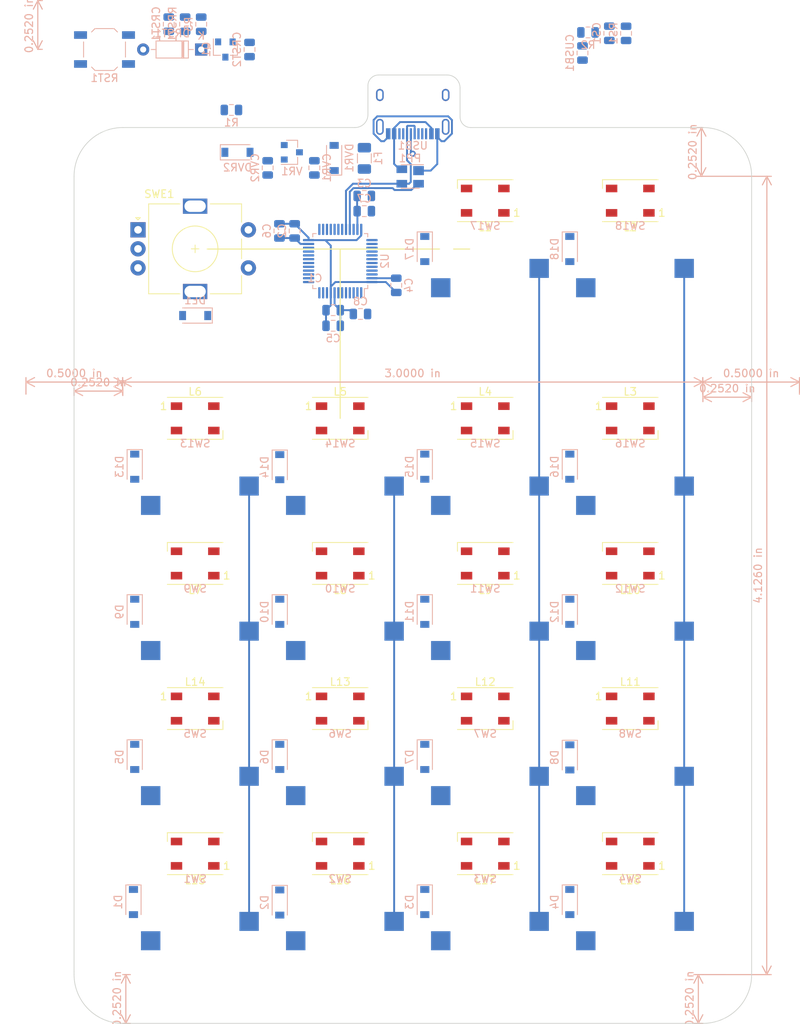
<source format=kicad_pcb>
(kicad_pcb (version 20171130) (host pcbnew "(5.1.5-0-10_14)")
  (layers (0 F.Cu signal) (31 B.Cu signal) (34 B.Paste user) (35 F.Paste user) (36 B.SilkS user) (37 F.SilkS user) (38 B.Mask user) (39 F.Mask user) (44 Edge.Cuts user))
  (net 0 "")
  (net 1 +5V)
  (net 2 +3V3)
  (net 3 BOOT0)
  (net 4 NRST)
  (net 5 "Net-(CS1-Pad1)")
  (net 6 VBUS)
  (net 7 "Net-(D1-Pad2)")
  (net 8 row4)
  (net 9 "Net-(D2-Pad2)")
  (net 10 "Net-(D3-Pad2)")
  (net 11 "Net-(D4-Pad2)")
  (net 12 "Net-(D5-Pad2)")
  (net 13 row3)
  (net 14 "Net-(D6-Pad2)")
  (net 15 "Net-(D7-Pad2)")
  (net 16 "Net-(D8-Pad2)")
  (net 17 "Net-(D9-Pad2)")
  (net 18 row2)
  (net 19 "Net-(D10-Pad2)")
  (net 20 "Net-(D11-Pad2)")
  (net 21 "Net-(D12-Pad2)")
  (net 22 "Net-(D13-Pad2)")
  (net 23 "Net-(D14-Pad2)")
  (net 24 row1)
  (net 25 "Net-(D15-Pad2)")
  (net 26 "Net-(D16-Pad2)")
  (net 27 row0)
  (net 28 "Net-(D17-Pad2)")
  (net 29 "Net-(D18-Pad2)")
  (net 30 "Net-(DE1-Pad2)")
  (net 31 "Net-(DRST1-Pad2)")
  (net 32 "Net-(DRST1-Pad1)")
  (net 33 "Net-(L1-Pad2)")
  (net 34 RGBLED)
  (net 35 "Net-(L2-Pad2)")
  (net 36 "Net-(L3-Pad2)")
  (net 37 "Net-(L4-Pad2)")
  (net 38 "Net-(L5-Pad2)")
  (net 39 "Net-(L6-Pad2)")
  (net 40 "Net-(L7-Pad2)")
  (net 41 "Net-(L8-Pad2)")
  (net 42 "Net-(L10-Pad4)")
  (net 43 "Net-(L10-Pad2)")
  (net 44 "Net-(L11-Pad2)")
  (net 45 "Net-(L12-Pad2)")
  (net 46 "Net-(L13-Pad2)")
  (net 47 "Net-(L14-Pad2)")
  (net 48 "Net-(L15-Pad2)")
  (net 49 "Net-(L16-Pad2)")
  (net 50 "Net-(L17-Pad2)")
  (net 51 "Net-(L18-Pad2)")
  (net 52 D-)
  (net 53 D+)
  (net 54 "Net-(R1-Pad2)")
  (net 55 "Net-(R2-Pad2)")
  (net 56 col0)
  (net 57 col1)
  (net 58 col2)
  (net 59 col3)
  (net 60 Enc1A)
  (net 61 Enc1B)
  (net 62 "Net-(U2-Pad46)")
  (net 63 "Net-(U2-Pad43)")
  (net 64 "Net-(U2-Pad42)")
  (net 65 "Net-(U2-Pad41)")
  (net 66 "Net-(U2-Pad40)")
  (net 67 "Net-(U2-Pad39)")
  (net 68 SWDIO)
  (net 69 SWCLK)
  (net 70 "Net-(U2-Pad34)")
  (net 71 "Net-(U2-Pad28)")
  (net 72 "Net-(U2-Pad27)")
  (net 73 "Net-(U2-Pad26)")
  (net 74 "Net-(U2-Pad25)")
  (net 75 "Net-(U2-Pad6)")
  (net 76 "Net-(U2-Pad5)")
  (net 77 "Net-(U2-Pad4)")
  (net 78 "Net-(U2-Pad3)")
  (net 79 "Net-(USB1-Pad3)")
  (net 80 "Net-(USB1-Pad9)")
  (net 81 "Net-(U2-Pad2)")
  (net 82 "Net-(U2-Pad12)")
  (net 83 "Net-(U2-Pad29)")
  (net 84 "Net-(U2-Pad13)")
  (net 85 "Net-(U2-Pad11)")
  (net 86 "Net-(U2-Pad10)")
  (module Capacitor_SMD:C_0805_2012Metric (layer B.Cu) (at 120.65 30.95625 270)
    (fp_text reference CRST2 (at 0 1.65 270) (layer B.SilkS) (effects (justify mirror)))
    (fp_text value 4.7nF)
    (pad 2 smd roundrect (at 0.9375 0 270) (size 0.975 1.4) (layers B.Cu B.Paste B.Mask) (net 4 NRST))
    (pad 1 smd roundrect (at -0.9375 0 270) (size 0.975 1.4) (layers B.Cu B.Paste B.Mask) (net 1 +5V))
  )
  (module Fuse:Fuse_1206_3216Metric (layer B.Cu) (at 135.73125 45.24375 90)
    (fp_text reference F1 (at 0 1.82 90) (layer B.SilkS) (effects (justify mirror)))
    (fp_text value 500mA)
    (pad 2 smd roundrect (at 1.4 0 90) (size 1.25 1.75) (layers B.Cu B.Paste B.Mask) (roundrect_rratio 0.2) (net 6 VBUS))
    (pad 1 smd roundrect (at -1.4 0 90) (size 1.25 1.75) (layers B.Cu B.Paste B.Mask) (roundrect_rratio 0.2) (net 1 +5V))
  )
  (module LED_SMD:LED_WS2812B_PLCC4_5.0x5.0mm_P3.2mm (layer F.Cu) (at 151.60625 79.375)
    (fp_text reference L4 (at 0 -3.5) (layer F.SilkS))
    (fp_text value WS2812B)
    (fp_text user 1 (at -4.15 -1.6) (layer F.SilkS))
    (pad 1 smd rect (at -2.45 -1.6) (size 1.5 1) (layers F.Cu F.Paste F.Mask) (net 2 +3V3))
    (pad 2 smd rect (at -2.45 1.6) (size 1.5 1) (layers F.Cu F.Paste F.Mask) (net 37 "Net-(L4-Pad2)"))
    (pad 4 smd rect (at 2.45 -1.6) (size 1.5 1) (layers F.Cu F.Paste F.Mask) (net 36 "Net-(L3-Pad2)"))
    (pad 3 smd rect (at 2.45 1.6) (size 1.5 1) (layers F.Cu F.Paste F.Mask) (net 1 +5V))
  )
  (module Rotary_Encoder:RotaryEncoder_Alps_EC11E-Switch_Vertical_H20mm (layer F.Cu) (at 106 54.625)
    (fp_text reference SWE1 (at 2.8 -4.7) (layer F.SilkS))
    (fp_text value Rotary_Encoder_Switch)
    (pad A thru_hole rect (at 0 0) (size 2 2) (drill 1) (layers *.Cu *.Mask) (net 60 Enc1A))
    (pad C thru_hole circle (at 0 2.5) (size 2 2) (drill 1) (layers *.Cu *.Mask) (net 1 +5V))
    (pad B thru_hole circle (at 0 5) (size 2 2) (drill 1) (layers *.Cu *.Mask) (net 61 Enc1B))
    (pad MP thru_hole rect (at 7.5 -3.1) (size 3.2 2) (drill oval 2.8 1.5) (layers *.Cu *.Mask))
    (pad MP thru_hole rect (at 7.5 8.1) (size 3.2 2) (drill oval 2.8 1.5) (layers *.Cu *.Mask))
    (pad S2 thru_hole circle (at 14.5 0) (size 2 2) (drill 1) (layers *.Cu *.Mask) (net 30 "Net-(DE1-Pad2)"))
    (pad S1 thru_hole circle (at 14.5 5) (size 2 2) (drill 1) (layers *.Cu *.Mask) (net 56 col0))
  )
  (module Package_TO_SOT_SMD:SOT-23 (layer B.Cu) (at 126.20625 44.45)
    (fp_text reference VR1 (at 0 2.5) (layer B.SilkS) (effects (justify mirror)))
    (fp_text value MCP1700-3302E_SOT23)
    (pad 3 smd rect (at 1 0) (size 0.9 0.8) (layers B.Cu B.Paste B.Mask) (net 1 +5V))
    (pad 2 smd rect (at -1 -0.95) (size 0.9 0.8) (layers B.Cu B.Paste B.Mask) (net 2 +3V3))
    (pad 1 smd rect (at -1 0.95) (size 0.9 0.8) (layers B.Cu B.Paste B.Mask) (net 1 +5V))
  )
  (module Type-C:HRO-TYPE-C-31-M-12 (layer B.Cu) (at 142.0875 34.325)
    (fp_text reference USB1 (at 0 9.25) (layer B.SilkS) (effects (justify mirror)))
    (fp_text value HRO-TYPE-C-31-M-12)
    (pad 12 smd rect (at 3.225 7.695) (size 0.6 1.45) (layers B.Cu B.Paste B.Mask) (net 1 +5V))
    (pad 1 smd rect (at -3.225 7.695) (size 0.6 1.45) (layers B.Cu B.Paste B.Mask) (net 1 +5V))
    (pad 11 smd rect (at 2.45 7.695) (size 0.6 1.45) (layers B.Cu B.Paste B.Mask) (net 6 VBUS))
    (pad 2 smd rect (at -2.45 7.695) (size 0.6 1.45) (layers B.Cu B.Paste B.Mask) (net 6 VBUS))
    (pad 3 smd rect (at -1.75 7.695) (size 0.3 1.45) (layers B.Cu B.Paste B.Mask) (net 79 "Net-(USB1-Pad3)"))
    (pad 10 smd rect (at 1.75 7.695) (size 0.3 1.45) (layers B.Cu B.Paste B.Mask) (net 55 "Net-(R2-Pad2)"))
    (pad 4 smd rect (at -1.25 7.695) (size 0.3 1.45) (layers B.Cu B.Paste B.Mask) (net 54 "Net-(R1-Pad2)"))
    (pad 9 smd rect (at 1.25 7.695) (size 0.3 1.45) (layers B.Cu B.Paste B.Mask) (net 80 "Net-(USB1-Pad9)"))
    (pad 5 smd rect (at -0.75 7.695) (size 0.3 1.45) (layers B.Cu B.Paste B.Mask) (net 52 D-))
    (pad 8 smd rect (at 0.75 7.695) (size 0.3 1.45) (layers B.Cu B.Paste B.Mask) (net 53 D+))
    (pad 7 smd rect (at 0.25 7.695) (size 0.3 1.45) (layers B.Cu B.Paste B.Mask) (net 52 D-))
    (pad 6 smd rect (at -0.25 7.695) (size 0.3 1.45) (layers B.Cu B.Paste B.Mask) (net 53 D+))
    (pad "" np_thru_hole circle (at 2.89 6.25) (size 0.65 0.65) (drill 0.65) (layers *.Cu *.Mask))
    (pad "" np_thru_hole circle (at -2.89 6.25) (size 0.65 0.65) (drill 0.65) (layers *.Cu *.Mask))
    (pad 13 thru_hole oval (at -4.32 6.78) (size 1 2.1) (drill oval 0.6 1.7) (layers *.Cu F.Mask) (net 5 "Net-(CS1-Pad1)"))
    (pad 13 thru_hole oval (at 4.32 6.78) (size 1 2.1) (drill oval 0.6 1.7) (layers *.Cu F.Mask) (net 5 "Net-(CS1-Pad1)"))
    (pad 13 thru_hole oval (at -4.32 2.6) (size 1 1.6) (drill oval 0.6 1.2) (layers *.Cu F.Mask) (net 5 "Net-(CS1-Pad1)"))
    (pad 13 thru_hole oval (at 4.32 2.6) (size 1 1.6) (drill oval 0.6 1.2) (layers *.Cu F.Mask) (net 5 "Net-(CS1-Pad1)"))
  )
  (module Package_QFP:LQFP-48_7x7mm_P0.5mm (layer B.Cu) (at 132.56875 58.73125 90)
    (fp_text reference U2 (at 0 5.85 90) (layer B.SilkS) (effects (justify mirror)))
    (fp_text value STM32F072CBTx)
    (pad 48 smd roundrect (at -2.75 4.1625 90) (size 0.3 1.475) (layers B.Cu B.Paste B.Mask) (net 2 +3V3))
    (pad 47 smd roundrect (at -2.25 4.1625 90) (size 0.3 1.475) (layers B.Cu B.Paste B.Mask) (net 1 +5V))
    (pad 46 smd roundrect (at -1.75 4.1625 90) (size 0.3 1.475) (layers B.Cu B.Paste B.Mask) (net 62 "Net-(U2-Pad46)"))
    (pad 45 smd roundrect (at -1.25 4.1625 90) (size 0.3 1.475) (layers B.Cu B.Paste B.Mask) (net 34 RGBLED))
    (pad 44 smd roundrect (at -0.75 4.1625 90) (size 0.3 1.475) (layers B.Cu B.Paste B.Mask) (net 3 BOOT0))
    (pad 43 smd roundrect (at -0.25 4.1625 90) (size 0.3 1.475) (layers B.Cu B.Paste B.Mask) (net 63 "Net-(U2-Pad43)"))
    (pad 42 smd roundrect (at 0.25 4.1625 90) (size 0.3 1.475) (layers B.Cu B.Paste B.Mask) (net 64 "Net-(U2-Pad42)"))
    (pad 41 smd roundrect (at 0.75 4.1625 90) (size 0.3 1.475) (layers B.Cu B.Paste B.Mask) (net 65 "Net-(U2-Pad41)"))
    (pad 40 smd roundrect (at 1.25 4.1625 90) (size 0.3 1.475) (layers B.Cu B.Paste B.Mask) (net 66 "Net-(U2-Pad40)"))
    (pad 39 smd roundrect (at 1.75 4.1625 90) (size 0.3 1.475) (layers B.Cu B.Paste B.Mask) (net 67 "Net-(U2-Pad39)"))
    (pad 38 smd roundrect (at 2.25 4.1625 90) (size 0.3 1.475) (layers B.Cu B.Paste B.Mask) (net 68 SWDIO))
    (pad 37 smd roundrect (at 2.75 4.1625 90) (size 0.3 1.475) (layers B.Cu B.Paste B.Mask) (net 69 SWCLK))
    (pad 36 smd roundrect (at 4.1625 2.75 90) (size 1.475 0.3) (layers B.Cu B.Paste B.Mask) (net 2 +3V3))
    (pad 35 smd roundrect (at 4.1625 2.25 90) (size 1.475 0.3) (layers B.Cu B.Paste B.Mask) (net 1 +5V))
    (pad 34 smd roundrect (at 4.1625 1.75 90) (size 1.475 0.3) (layers B.Cu B.Paste B.Mask) (net 70 "Net-(U2-Pad34)"))
    (pad 33 smd roundrect (at 4.1625 1.25 90) (size 1.475 0.3) (layers B.Cu B.Paste B.Mask) (net 53 D+))
    (pad 32 smd roundrect (at 4.1625 0.75 90) (size 1.475 0.3) (layers B.Cu B.Paste B.Mask) (net 52 D-))
    (pad 31 smd roundrect (at 4.1625 0.25 90) (size 1.475 0.3) (layers B.Cu B.Paste B.Mask) (net 60 Enc1A))
    (pad 30 smd roundrect (at 4.1625 -0.25 90) (size 1.475 0.3) (layers B.Cu B.Paste B.Mask) (net 61 Enc1B))
    (pad 29 smd roundrect (at 4.1625 -0.75 90) (size 1.475 0.3) (layers B.Cu B.Paste B.Mask) (net 83 "Net-(U2-Pad29)"))
    (pad 28 smd roundrect (at 4.1625 -1.25 90) (size 1.475 0.3) (layers B.Cu B.Paste B.Mask) (net 71 "Net-(U2-Pad28)"))
    (pad 27 smd roundrect (at 4.1625 -1.75 90) (size 1.475 0.3) (layers B.Cu B.Paste B.Mask) (net 72 "Net-(U2-Pad27)"))
    (pad 26 smd roundrect (at 4.1625 -2.25 90) (size 1.475 0.3) (layers B.Cu B.Paste B.Mask) (net 73 "Net-(U2-Pad26)"))
    (pad 25 smd roundrect (at 4.1625 -2.75 90) (size 1.475 0.3) (layers B.Cu B.Paste B.Mask) (net 74 "Net-(U2-Pad25)"))
    (pad 24 smd roundrect (at 2.75 -4.1625 90) (size 0.3 1.475) (layers B.Cu B.Paste B.Mask) (net 2 +3V3))
    (pad 23 smd roundrect (at 2.25 -4.1625 90) (size 0.3 1.475) (layers B.Cu B.Paste B.Mask) (net 1 +5V))
    (pad 22 smd roundrect (at 1.75 -4.1625 90) (size 0.3 1.475) (layers B.Cu B.Paste B.Mask) (net 56 col0))
    (pad 21 smd roundrect (at 1.25 -4.1625 90) (size 0.3 1.475) (layers B.Cu B.Paste B.Mask) (net 24 row1))
    (pad 20 smd roundrect (at 0.75 -4.1625 90) (size 0.3 1.475) (layers B.Cu B.Paste B.Mask) (net 18 row2))
    (pad 19 smd roundrect (at 0.25 -4.1625 90) (size 0.3 1.475) (layers B.Cu B.Paste B.Mask) (net 57 col1))
    (pad 18 smd roundrect (at -0.25 -4.1625 90) (size 0.3 1.475) (layers B.Cu B.Paste B.Mask) (net 13 row3))
    (pad 17 smd roundrect (at -0.75 -4.1625 90) (size 0.3 1.475) (layers B.Cu B.Paste B.Mask) (net 58 col2))
    (pad 16 smd roundrect (at -1.25 -4.1625 90) (size 0.3 1.475) (layers B.Cu B.Paste B.Mask) (net 8 row4))
    (pad 15 smd roundrect (at -1.75 -4.1625 90) (size 0.3 1.475) (layers B.Cu B.Paste B.Mask) (net 59 col3))
    (pad 14 smd roundrect (at -2.25 -4.1625 90) (size 0.3 1.475) (layers B.Cu B.Paste B.Mask) (net 27 row0))
    (pad 13 smd roundrect (at -2.75 -4.1625 90) (size 0.3 1.475) (layers B.Cu B.Paste B.Mask) (net 84 "Net-(U2-Pad13)"))
    (pad 12 smd roundrect (at -4.1625 -2.75 90) (size 1.475 0.3) (layers B.Cu B.Paste B.Mask) (net 82 "Net-(U2-Pad12)"))
    (pad 11 smd roundrect (at -4.1625 -2.25 90) (size 1.475 0.3) (layers B.Cu B.Paste B.Mask) (net 85 "Net-(U2-Pad11)"))
    (pad 10 smd roundrect (at -4.1625 -1.75 90) (size 1.475 0.3) (layers B.Cu B.Paste B.Mask) (net 86 "Net-(U2-Pad10)"))
    (pad 9 smd roundrect (at -4.1625 -1.25 90) (size 1.475 0.3) (layers B.Cu B.Paste B.Mask) (net 2 +3V3))
    (pad 8 smd roundrect (at -4.1625 -0.75 90) (size 1.475 0.3) (layers B.Cu B.Paste B.Mask) (net 1 +5V))
    (pad 7 smd roundrect (at -4.1625 -0.25 90) (size 1.475 0.3) (layers B.Cu B.Paste B.Mask) (net 4 NRST))
    (pad 6 smd roundrect (at -4.1625 0.25 90) (size 1.475 0.3) (layers B.Cu B.Paste B.Mask) (net 75 "Net-(U2-Pad6)"))
    (pad 5 smd roundrect (at -4.1625 0.75 90) (size 1.475 0.3) (layers B.Cu B.Paste B.Mask) (net 76 "Net-(U2-Pad5)"))
    (pad 4 smd roundrect (at -4.1625 1.25 90) (size 1.475 0.3) (layers B.Cu B.Paste B.Mask) (net 77 "Net-(U2-Pad4)"))
    (pad 3 smd roundrect (at -4.1625 1.75 90) (size 1.475 0.3) (layers B.Cu B.Paste B.Mask) (net 78 "Net-(U2-Pad3)"))
    (pad 2 smd roundrect (at -4.1625 2.25 90) (size 1.475 0.3) (layers B.Cu B.Paste B.Mask) (net 81 "Net-(U2-Pad2)"))
    (pad 1 smd roundrect (at -4.1625 2.75 90) (size 1.475 0.3) (layers B.Cu B.Paste B.Mask) (net 2 +3V3))
  )
  (module MX_Only:MXOnly-1U-Hotswap (layer F.Cu) (at 170.65625 57.15 180)
    (fp_text reference SW18)
    (fp_text value SW_PUSH)
    (fp_text user %R (at 0 3.048) (layer B.SilkS) (effects (justify mirror)))
    (pad 2 smd rect (at 5.842 -5.08 180) (size 2.55 2.5) (layers B.Cu B.Paste B.Mask) (net 29 "Net-(D18-Pad2)"))
    (pad 1 smd rect (at -7.085 -2.54 180) (size 2.55 2.5) (layers B.Cu B.Paste B.Mask) (net 59 col3))
    (pad "" np_thru_hole circle (at 5.08 0 228.0996) (size 1.75 1.75) (drill 1.75) (layers *.Cu *.Mask))
    (pad "" np_thru_hole circle (at -5.08 0 228.0996) (size 1.75 1.75) (drill 1.75) (layers *.Cu *.Mask))
    (pad "" np_thru_hole circle (at -3.81 -2.54 180) (size 3 3) (drill 3) (layers *.Cu *.Mask))
    (pad "" np_thru_hole circle (at 0 0 180) (size 3.9878 3.9878) (drill 3.9878) (layers *.Cu *.Mask))
    (pad "" np_thru_hole circle (at 2.54 -5.08 180) (size 3 3) (drill 3) (layers *.Cu *.Mask))
  )
  (module MX_Only:MXOnly-1U-Hotswap (layer F.Cu) (at 151.60625 57.15 180)
    (fp_text reference SW17)
    (fp_text value SW_PUSH)
    (fp_text user %R (at 0 3.048) (layer B.SilkS) (effects (justify mirror)))
    (pad 2 smd rect (at 5.842 -5.08 180) (size 2.55 2.5) (layers B.Cu B.Paste B.Mask) (net 28 "Net-(D17-Pad2)"))
    (pad 1 smd rect (at -7.085 -2.54 180) (size 2.55 2.5) (layers B.Cu B.Paste B.Mask) (net 58 col2))
    (pad "" np_thru_hole circle (at 5.08 0 228.0996) (size 1.75 1.75) (drill 1.75) (layers *.Cu *.Mask))
    (pad "" np_thru_hole circle (at -5.08 0 228.0996) (size 1.75 1.75) (drill 1.75) (layers *.Cu *.Mask))
    (pad "" np_thru_hole circle (at -3.81 -2.54 180) (size 3 3) (drill 3) (layers *.Cu *.Mask))
    (pad "" np_thru_hole circle (at 0 0 180) (size 3.9878 3.9878) (drill 3.9878) (layers *.Cu *.Mask))
    (pad "" np_thru_hole circle (at 2.54 -5.08 180) (size 3 3) (drill 3) (layers *.Cu *.Mask))
  )
  (module MX_Only:MXOnly-1U-Hotswap (layer F.Cu) (at 170.65625 85.725 180)
    (fp_text reference SW16)
    (fp_text value SW_PUSH)
    (fp_text user %R (at 0 3.048) (layer B.SilkS) (effects (justify mirror)))
    (pad 2 smd rect (at 5.842 -5.08 180) (size 2.55 2.5) (layers B.Cu B.Paste B.Mask) (net 26 "Net-(D16-Pad2)"))
    (pad 1 smd rect (at -7.085 -2.54 180) (size 2.55 2.5) (layers B.Cu B.Paste B.Mask) (net 59 col3))
    (pad "" np_thru_hole circle (at 5.08 0 228.0996) (size 1.75 1.75) (drill 1.75) (layers *.Cu *.Mask))
    (pad "" np_thru_hole circle (at -5.08 0 228.0996) (size 1.75 1.75) (drill 1.75) (layers *.Cu *.Mask))
    (pad "" np_thru_hole circle (at -3.81 -2.54 180) (size 3 3) (drill 3) (layers *.Cu *.Mask))
    (pad "" np_thru_hole circle (at 0 0 180) (size 3.9878 3.9878) (drill 3.9878) (layers *.Cu *.Mask))
    (pad "" np_thru_hole circle (at 2.54 -5.08 180) (size 3 3) (drill 3) (layers *.Cu *.Mask))
  )
  (module MX_Only:MXOnly-1U-Hotswap (layer F.Cu) (at 151.60625 85.725 180)
    (fp_text reference SW15)
    (fp_text value SW_PUSH)
    (fp_text user %R (at 0 3.048) (layer B.SilkS) (effects (justify mirror)))
    (pad 2 smd rect (at 5.842 -5.08 180) (size 2.55 2.5) (layers B.Cu B.Paste B.Mask) (net 25 "Net-(D15-Pad2)"))
    (pad 1 smd rect (at -7.085 -2.54 180) (size 2.55 2.5) (layers B.Cu B.Paste B.Mask) (net 58 col2))
    (pad "" np_thru_hole circle (at 5.08 0 228.0996) (size 1.75 1.75) (drill 1.75) (layers *.Cu *.Mask))
    (pad "" np_thru_hole circle (at -5.08 0 228.0996) (size 1.75 1.75) (drill 1.75) (layers *.Cu *.Mask))
    (pad "" np_thru_hole circle (at -3.81 -2.54 180) (size 3 3) (drill 3) (layers *.Cu *.Mask))
    (pad "" np_thru_hole circle (at 0 0 180) (size 3.9878 3.9878) (drill 3.9878) (layers *.Cu *.Mask))
    (pad "" np_thru_hole circle (at 2.54 -5.08 180) (size 3 3) (drill 3) (layers *.Cu *.Mask))
  )
  (module MX_Only:MXOnly-1U-Hotswap (layer F.Cu) (at 132.55625 85.725 180)
    (fp_text reference SW14)
    (fp_text value SW_PUSH)
    (fp_text user %R (at 0 3.048) (layer B.SilkS) (effects (justify mirror)))
    (pad 2 smd rect (at 5.842 -5.08 180) (size 2.55 2.5) (layers B.Cu B.Paste B.Mask) (net 23 "Net-(D14-Pad2)"))
    (pad 1 smd rect (at -7.085 -2.54 180) (size 2.55 2.5) (layers B.Cu B.Paste B.Mask) (net 57 col1))
    (pad "" np_thru_hole circle (at 5.08 0 228.0996) (size 1.75 1.75) (drill 1.75) (layers *.Cu *.Mask))
    (pad "" np_thru_hole circle (at -5.08 0 228.0996) (size 1.75 1.75) (drill 1.75) (layers *.Cu *.Mask))
    (pad "" np_thru_hole circle (at -3.81 -2.54 180) (size 3 3) (drill 3) (layers *.Cu *.Mask))
    (pad "" np_thru_hole circle (at 0 0 180) (size 3.9878 3.9878) (drill 3.9878) (layers *.Cu *.Mask))
    (pad "" np_thru_hole circle (at 2.54 -5.08 180) (size 3 3) (drill 3) (layers *.Cu *.Mask))
  )
  (module MX_Only:MXOnly-1U-Hotswap (layer F.Cu) (at 113.50625 85.725 180)
    (fp_text reference SW13)
    (fp_text value SW_PUSH)
    (fp_text user %R (at 0 3.048) (layer B.SilkS) (effects (justify mirror)))
    (pad 2 smd rect (at 5.842 -5.08 180) (size 2.55 2.5) (layers B.Cu B.Paste B.Mask) (net 22 "Net-(D13-Pad2)"))
    (pad 1 smd rect (at -7.085 -2.54 180) (size 2.55 2.5) (layers B.Cu B.Paste B.Mask) (net 56 col0))
    (pad "" np_thru_hole circle (at 5.08 0 228.0996) (size 1.75 1.75) (drill 1.75) (layers *.Cu *.Mask))
    (pad "" np_thru_hole circle (at -5.08 0 228.0996) (size 1.75 1.75) (drill 1.75) (layers *.Cu *.Mask))
    (pad "" np_thru_hole circle (at -3.81 -2.54 180) (size 3 3) (drill 3) (layers *.Cu *.Mask))
    (pad "" np_thru_hole circle (at 0 0 180) (size 3.9878 3.9878) (drill 3.9878) (layers *.Cu *.Mask))
    (pad "" np_thru_hole circle (at 2.54 -5.08 180) (size 3 3) (drill 3) (layers *.Cu *.Mask))
  )
  (module MX_Only:MXOnly-1U-Hotswap (layer F.Cu) (at 170.65625 104.775 180)
    (fp_text reference SW12)
    (fp_text value SW_PUSH)
    (fp_text user %R (at 0 3.048) (layer B.SilkS) (effects (justify mirror)))
    (pad 2 smd rect (at 5.842 -5.08 180) (size 2.55 2.5) (layers B.Cu B.Paste B.Mask) (net 21 "Net-(D12-Pad2)"))
    (pad 1 smd rect (at -7.085 -2.54 180) (size 2.55 2.5) (layers B.Cu B.Paste B.Mask) (net 59 col3))
    (pad "" np_thru_hole circle (at 5.08 0 228.0996) (size 1.75 1.75) (drill 1.75) (layers *.Cu *.Mask))
    (pad "" np_thru_hole circle (at -5.08 0 228.0996) (size 1.75 1.75) (drill 1.75) (layers *.Cu *.Mask))
    (pad "" np_thru_hole circle (at -3.81 -2.54 180) (size 3 3) (drill 3) (layers *.Cu *.Mask))
    (pad "" np_thru_hole circle (at 0 0 180) (size 3.9878 3.9878) (drill 3.9878) (layers *.Cu *.Mask))
    (pad "" np_thru_hole circle (at 2.54 -5.08 180) (size 3 3) (drill 3) (layers *.Cu *.Mask))
  )
  (module MX_Only:MXOnly-1U-Hotswap (layer F.Cu) (at 151.60625 104.775 180)
    (fp_text reference SW11)
    (fp_text value SW_PUSH)
    (fp_text user %R (at 0 3.048) (layer B.SilkS) (effects (justify mirror)))
    (pad 2 smd rect (at 5.842 -5.08 180) (size 2.55 2.5) (layers B.Cu B.Paste B.Mask) (net 20 "Net-(D11-Pad2)"))
    (pad 1 smd rect (at -7.085 -2.54 180) (size 2.55 2.5) (layers B.Cu B.Paste B.Mask) (net 58 col2))
    (pad "" np_thru_hole circle (at 5.08 0 228.0996) (size 1.75 1.75) (drill 1.75) (layers *.Cu *.Mask))
    (pad "" np_thru_hole circle (at -5.08 0 228.0996) (size 1.75 1.75) (drill 1.75) (layers *.Cu *.Mask))
    (pad "" np_thru_hole circle (at -3.81 -2.54 180) (size 3 3) (drill 3) (layers *.Cu *.Mask))
    (pad "" np_thru_hole circle (at 0 0 180) (size 3.9878 3.9878) (drill 3.9878) (layers *.Cu *.Mask))
    (pad "" np_thru_hole circle (at 2.54 -5.08 180) (size 3 3) (drill 3) (layers *.Cu *.Mask))
  )
  (module MX_Only:MXOnly-1U-Hotswap (layer F.Cu) (at 132.55625 104.775 180)
    (fp_text reference SW10)
    (fp_text value SW_PUSH)
    (fp_text user %R (at 0 3.048) (layer B.SilkS) (effects (justify mirror)))
    (pad 2 smd rect (at 5.842 -5.08 180) (size 2.55 2.5) (layers B.Cu B.Paste B.Mask) (net 19 "Net-(D10-Pad2)"))
    (pad 1 smd rect (at -7.085 -2.54 180) (size 2.55 2.5) (layers B.Cu B.Paste B.Mask) (net 57 col1))
    (pad "" np_thru_hole circle (at 5.08 0 228.0996) (size 1.75 1.75) (drill 1.75) (layers *.Cu *.Mask))
    (pad "" np_thru_hole circle (at -5.08 0 228.0996) (size 1.75 1.75) (drill 1.75) (layers *.Cu *.Mask))
    (pad "" np_thru_hole circle (at -3.81 -2.54 180) (size 3 3) (drill 3) (layers *.Cu *.Mask))
    (pad "" np_thru_hole circle (at 0 0 180) (size 3.9878 3.9878) (drill 3.9878) (layers *.Cu *.Mask))
    (pad "" np_thru_hole circle (at 2.54 -5.08 180) (size 3 3) (drill 3) (layers *.Cu *.Mask))
  )
  (module MX_Only:MXOnly-1U-Hotswap (layer F.Cu) (at 113.50625 104.775 180)
    (fp_text reference SW9)
    (fp_text value SW_PUSH)
    (fp_text user %R (at 0 3.048) (layer B.SilkS) (effects (justify mirror)))
    (pad 2 smd rect (at 5.842 -5.08 180) (size 2.55 2.5) (layers B.Cu B.Paste B.Mask) (net 17 "Net-(D9-Pad2)"))
    (pad 1 smd rect (at -7.085 -2.54 180) (size 2.55 2.5) (layers B.Cu B.Paste B.Mask) (net 56 col0))
    (pad "" np_thru_hole circle (at 5.08 0 228.0996) (size 1.75 1.75) (drill 1.75) (layers *.Cu *.Mask))
    (pad "" np_thru_hole circle (at -5.08 0 228.0996) (size 1.75 1.75) (drill 1.75) (layers *.Cu *.Mask))
    (pad "" np_thru_hole circle (at -3.81 -2.54 180) (size 3 3) (drill 3) (layers *.Cu *.Mask))
    (pad "" np_thru_hole circle (at 0 0 180) (size 3.9878 3.9878) (drill 3.9878) (layers *.Cu *.Mask))
    (pad "" np_thru_hole circle (at 2.54 -5.08 180) (size 3 3) (drill 3) (layers *.Cu *.Mask))
  )
  (module MX_Only:MXOnly-1U-Hotswap (layer F.Cu) (at 170.65625 123.825 180)
    (fp_text reference SW8)
    (fp_text value SW_PUSH)
    (fp_text user %R (at 0 3.048) (layer B.SilkS) (effects (justify mirror)))
    (pad 2 smd rect (at 5.842 -5.08 180) (size 2.55 2.5) (layers B.Cu B.Paste B.Mask) (net 16 "Net-(D8-Pad2)"))
    (pad 1 smd rect (at -7.085 -2.54 180) (size 2.55 2.5) (layers B.Cu B.Paste B.Mask) (net 59 col3))
    (pad "" np_thru_hole circle (at 5.08 0 228.0996) (size 1.75 1.75) (drill 1.75) (layers *.Cu *.Mask))
    (pad "" np_thru_hole circle (at -5.08 0 228.0996) (size 1.75 1.75) (drill 1.75) (layers *.Cu *.Mask))
    (pad "" np_thru_hole circle (at -3.81 -2.54 180) (size 3 3) (drill 3) (layers *.Cu *.Mask))
    (pad "" np_thru_hole circle (at 0 0 180) (size 3.9878 3.9878) (drill 3.9878) (layers *.Cu *.Mask))
    (pad "" np_thru_hole circle (at 2.54 -5.08 180) (size 3 3) (drill 3) (layers *.Cu *.Mask))
  )
  (module MX_Only:MXOnly-1U-Hotswap (layer F.Cu) (at 151.60625 123.825 180)
    (fp_text reference SW7)
    (fp_text value SW_PUSH)
    (fp_text user %R (at 0 3.048) (layer B.SilkS) (effects (justify mirror)))
    (pad 2 smd rect (at 5.842 -5.08 180) (size 2.55 2.5) (layers B.Cu B.Paste B.Mask) (net 15 "Net-(D7-Pad2)"))
    (pad 1 smd rect (at -7.085 -2.54 180) (size 2.55 2.5) (layers B.Cu B.Paste B.Mask) (net 58 col2))
    (pad "" np_thru_hole circle (at 5.08 0 228.0996) (size 1.75 1.75) (drill 1.75) (layers *.Cu *.Mask))
    (pad "" np_thru_hole circle (at -5.08 0 228.0996) (size 1.75 1.75) (drill 1.75) (layers *.Cu *.Mask))
    (pad "" np_thru_hole circle (at -3.81 -2.54 180) (size 3 3) (drill 3) (layers *.Cu *.Mask))
    (pad "" np_thru_hole circle (at 0 0 180) (size 3.9878 3.9878) (drill 3.9878) (layers *.Cu *.Mask))
    (pad "" np_thru_hole circle (at 2.54 -5.08 180) (size 3 3) (drill 3) (layers *.Cu *.Mask))
  )
  (module MX_Only:MXOnly-1U-Hotswap (layer F.Cu) (at 132.55625 123.825 180)
    (fp_text reference SW6)
    (fp_text value SW_PUSH)
    (fp_text user %R (at 0 3.048) (layer B.SilkS) (effects (justify mirror)))
    (pad 2 smd rect (at 5.842 -5.08 180) (size 2.55 2.5) (layers B.Cu B.Paste B.Mask) (net 14 "Net-(D6-Pad2)"))
    (pad 1 smd rect (at -7.085 -2.54 180) (size 2.55 2.5) (layers B.Cu B.Paste B.Mask) (net 57 col1))
    (pad "" np_thru_hole circle (at 5.08 0 228.0996) (size 1.75 1.75) (drill 1.75) (layers *.Cu *.Mask))
    (pad "" np_thru_hole circle (at -5.08 0 228.0996) (size 1.75 1.75) (drill 1.75) (layers *.Cu *.Mask))
    (pad "" np_thru_hole circle (at -3.81 -2.54 180) (size 3 3) (drill 3) (layers *.Cu *.Mask))
    (pad "" np_thru_hole circle (at 0 0 180) (size 3.9878 3.9878) (drill 3.9878) (layers *.Cu *.Mask))
    (pad "" np_thru_hole circle (at 2.54 -5.08 180) (size 3 3) (drill 3) (layers *.Cu *.Mask))
  )
  (module MX_Only:MXOnly-1U-Hotswap (layer F.Cu) (at 113.50625 123.825 180)
    (fp_text reference SW5)
    (fp_text value SW_PUSH)
    (fp_text user %R (at 0 3.048) (layer B.SilkS) (effects (justify mirror)))
    (pad 2 smd rect (at 5.842 -5.08 180) (size 2.55 2.5) (layers B.Cu B.Paste B.Mask) (net 12 "Net-(D5-Pad2)"))
    (pad 1 smd rect (at -7.085 -2.54 180) (size 2.55 2.5) (layers B.Cu B.Paste B.Mask) (net 56 col0))
    (pad "" np_thru_hole circle (at 5.08 0 228.0996) (size 1.75 1.75) (drill 1.75) (layers *.Cu *.Mask))
    (pad "" np_thru_hole circle (at -5.08 0 228.0996) (size 1.75 1.75) (drill 1.75) (layers *.Cu *.Mask))
    (pad "" np_thru_hole circle (at -3.81 -2.54 180) (size 3 3) (drill 3) (layers *.Cu *.Mask))
    (pad "" np_thru_hole circle (at 0 0 180) (size 3.9878 3.9878) (drill 3.9878) (layers *.Cu *.Mask))
    (pad "" np_thru_hole circle (at 2.54 -5.08 180) (size 3 3) (drill 3) (layers *.Cu *.Mask))
  )
  (module MX_Only:MXOnly-1U-Hotswap (layer F.Cu) (at 170.65625 142.875 180)
    (fp_text reference SW4)
    (fp_text value SW_PUSH)
    (fp_text user %R (at 0 3.048) (layer B.SilkS) (effects (justify mirror)))
    (pad 2 smd rect (at 5.842 -5.08 180) (size 2.55 2.5) (layers B.Cu B.Paste B.Mask) (net 11 "Net-(D4-Pad2)"))
    (pad 1 smd rect (at -7.085 -2.54 180) (size 2.55 2.5) (layers B.Cu B.Paste B.Mask) (net 59 col3))
    (pad "" np_thru_hole circle (at 5.08 0 228.0996) (size 1.75 1.75) (drill 1.75) (layers *.Cu *.Mask))
    (pad "" np_thru_hole circle (at -5.08 0 228.0996) (size 1.75 1.75) (drill 1.75) (layers *.Cu *.Mask))
    (pad "" np_thru_hole circle (at -3.81 -2.54 180) (size 3 3) (drill 3) (layers *.Cu *.Mask))
    (pad "" np_thru_hole circle (at 0 0 180) (size 3.9878 3.9878) (drill 3.9878) (layers *.Cu *.Mask))
    (pad "" np_thru_hole circle (at 2.54 -5.08 180) (size 3 3) (drill 3) (layers *.Cu *.Mask))
  )
  (module MX_Only:MXOnly-1U-Hotswap (layer F.Cu) (at 151.60625 142.875 180)
    (fp_text reference SW3)
    (fp_text value SW_PUSH)
    (fp_text user %R (at 0 3.048) (layer B.SilkS) (effects (justify mirror)))
    (pad 2 smd rect (at 5.842 -5.08 180) (size 2.55 2.5) (layers B.Cu B.Paste B.Mask) (net 10 "Net-(D3-Pad2)"))
    (pad 1 smd rect (at -7.085 -2.54 180) (size 2.55 2.5) (layers B.Cu B.Paste B.Mask) (net 58 col2))
    (pad "" np_thru_hole circle (at 5.08 0 228.0996) (size 1.75 1.75) (drill 1.75) (layers *.Cu *.Mask))
    (pad "" np_thru_hole circle (at -5.08 0 228.0996) (size 1.75 1.75) (drill 1.75) (layers *.Cu *.Mask))
    (pad "" np_thru_hole circle (at -3.81 -2.54 180) (size 3 3) (drill 3) (layers *.Cu *.Mask))
    (pad "" np_thru_hole circle (at 0 0 180) (size 3.9878 3.9878) (drill 3.9878) (layers *.Cu *.Mask))
    (pad "" np_thru_hole circle (at 2.54 -5.08 180) (size 3 3) (drill 3) (layers *.Cu *.Mask))
  )
  (module MX_Only:MXOnly-1U-Hotswap (layer F.Cu) (at 132.55625 142.875 180)
    (fp_text reference SW2)
    (fp_text value SW_PUSH)
    (fp_text user %R (at 0 3.048) (layer B.SilkS) (effects (justify mirror)))
    (pad 2 smd rect (at 5.842 -5.08 180) (size 2.55 2.5) (layers B.Cu B.Paste B.Mask) (net 9 "Net-(D2-Pad2)"))
    (pad 1 smd rect (at -7.085 -2.54 180) (size 2.55 2.5) (layers B.Cu B.Paste B.Mask) (net 57 col1))
    (pad "" np_thru_hole circle (at 5.08 0 228.0996) (size 1.75 1.75) (drill 1.75) (layers *.Cu *.Mask))
    (pad "" np_thru_hole circle (at -5.08 0 228.0996) (size 1.75 1.75) (drill 1.75) (layers *.Cu *.Mask))
    (pad "" np_thru_hole circle (at -3.81 -2.54 180) (size 3 3) (drill 3) (layers *.Cu *.Mask))
    (pad "" np_thru_hole circle (at 0 0 180) (size 3.9878 3.9878) (drill 3.9878) (layers *.Cu *.Mask))
    (pad "" np_thru_hole circle (at 2.54 -5.08 180) (size 3 3) (drill 3) (layers *.Cu *.Mask))
  )
  (module MX_Only:MXOnly-1U-Hotswap (layer F.Cu) (at 113.50625 142.875 180)
    (fp_text reference SW1)
    (fp_text value SW_PUSH)
    (fp_text user %R (at 0 3.048) (layer B.SilkS) (effects (justify mirror)))
    (pad 2 smd rect (at 5.842 -5.08 180) (size 2.55 2.5) (layers B.Cu B.Paste B.Mask) (net 7 "Net-(D1-Pad2)"))
    (pad 1 smd rect (at -7.085 -2.54 180) (size 2.55 2.5) (layers B.Cu B.Paste B.Mask) (net 56 col0))
    (pad "" np_thru_hole circle (at 5.08 0 228.0996) (size 1.75 1.75) (drill 1.75) (layers *.Cu *.Mask))
    (pad "" np_thru_hole circle (at -5.08 0 228.0996) (size 1.75 1.75) (drill 1.75) (layers *.Cu *.Mask))
    (pad "" np_thru_hole circle (at -3.81 -2.54 180) (size 3 3) (drill 3) (layers *.Cu *.Mask))
    (pad "" np_thru_hole circle (at 0 0 180) (size 3.9878 3.9878) (drill 3.9878) (layers *.Cu *.Mask))
    (pad "" np_thru_hole circle (at 2.54 -5.08 180) (size 3 3) (drill 3) (layers *.Cu *.Mask))
  )
  (module Button_Switch_SMD:SW_SPST_TL3342 (layer B.Cu) (at 101.6 30.95625)
    (fp_text reference RST1 (at 0 3.75) (layer B.SilkS) (effects (justify mirror)))
    (fp_text value SW_PUSH)
    (pad 2 smd rect (at 3.15 -1.9) (size 1.7 1) (layers B.Cu B.Paste B.Mask) (net 31 "Net-(DRST1-Pad2)"))
    (pad 2 smd rect (at -3.15 -1.9) (size 1.7 1) (layers B.Cu B.Paste B.Mask) (net 31 "Net-(DRST1-Pad2)"))
    (pad 1 smd rect (at 3.15 1.9) (size 1.7 1) (layers B.Cu B.Paste B.Mask) (net 2 +3V3))
    (pad 1 smd rect (at -3.15 1.9) (size 1.7 1) (layers B.Cu B.Paste B.Mask) (net 2 +3V3))
  )
  (module Resistor_SMD:R_0805_2012Metric (layer B.Cu) (at 170.10625 28.8375 270)
    (fp_text reference RS1 (at 0 1.65 270) (layer B.SilkS) (effects (justify mirror)))
    (fp_text value 1M)
    (pad 2 smd roundrect (at 0.9375 0 270) (size 0.975 1.4) (layers B.Cu B.Paste B.Mask) (net 1 +5V))
    (pad 1 smd roundrect (at -0.9375 0 270) (size 0.975 1.4) (layers B.Cu B.Paste B.Mask) (net 5 "Net-(CS1-Pad1)"))
  )
  (module Resistor_SMD:R_0805_2012Metric (layer B.Cu) (at 112.1875 27.63125 270)
    (fp_text reference RRST1 (at 0 1.65 90) (layer B.SilkS) (effects (justify mirror)))
    (fp_text value 100k)
    (pad 2 smd roundrect (at 0.9375 0 270) (size 0.975 1.4) (layers B.Cu B.Paste B.Mask) (net 1 +5V))
    (pad 1 smd roundrect (at -0.9375 0 270) (size 0.975 1.4) (layers B.Cu B.Paste B.Mask) (net 3 BOOT0))
  )
  (module Resistor_SMD:R_0805_2012Metric (layer B.Cu) (at 114.3 27.6375 270)
    (fp_text reference R5 (at 0 1.65 90) (layer B.SilkS) (effects (justify mirror)))
    (fp_text value 33kΩ)
    (pad 2 smd roundrect (at 0.9375 0 270) (size 0.975 1.4) (layers B.Cu B.Paste B.Mask) (net 32 "Net-(DRST1-Pad1)"))
    (pad 1 smd roundrect (at -0.9375 0 270) (size 0.975 1.4) (layers B.Cu B.Paste B.Mask) (net 3 BOOT0))
  )
  (module Resistor_SMD:R_0805_2012Metric (layer B.Cu) (at 165.10625 28.7125)
    (fp_text reference R2 (at 0 1.65) (layer B.SilkS) (effects (justify mirror)))
    (fp_text value 5.1k)
    (pad 2 smd roundrect (at 0.9375 0) (size 0.975 1.4) (layers B.Cu B.Paste B.Mask) (net 55 "Net-(R2-Pad2)"))
    (pad 1 smd roundrect (at -0.9375 0) (size 0.975 1.4) (layers B.Cu B.Paste B.Mask) (net 1 +5V))
  )
  (module Resistor_SMD:R_0805_2012Metric (layer B.Cu) (at 118.26875 38.89375)
    (fp_text reference R1 (at 0 1.65) (layer B.SilkS) (effects (justify mirror)))
    (fp_text value 5.1k)
    (pad 2 smd roundrect (at 0.9375 0) (size 0.975 1.4) (layers B.Cu B.Paste B.Mask) (net 54 "Net-(R1-Pad2)"))
    (pad 1 smd roundrect (at -0.9375 0) (size 0.975 1.4) (layers B.Cu B.Paste B.Mask) (net 1 +5V))
  )
  (module Package_TO_SOT_SMD:SOT-23 (layer B.Cu) (at 117.475 30.95625 270)
    (fp_text reference Q1 (at 0 2.5 90) (layer B.SilkS) (effects (justify mirror)))
    (fp_text value DTC123J)
    (pad 3 smd rect (at 1 0 270) (size 0.9 0.8) (layers B.Cu B.Paste B.Mask) (net 4 NRST))
    (pad 2 smd rect (at -1 -0.95 270) (size 0.9 0.8) (layers B.Cu B.Paste B.Mask) (net 1 +5V))
    (pad 1 smd rect (at -1 0.95 270) (size 0.9 0.8) (layers B.Cu B.Paste B.Mask) (net 31 "Net-(DRST1-Pad2)"))
  )
  (module Package_TO_SOT_SMD:SOT-143 (layer B.Cu) (at 141.75 47.625 180)
    (fp_text reference PP1 (at 0.02 2.38) (layer B.SilkS) (effects (justify mirror)))
    (fp_text value PRTR5V0U2X)
    (pad 4 smd rect (at 1.1 0.95 270) (size 1 1.4) (layers B.Cu B.Paste B.Mask) (net 6 VBUS))
    (pad 3 smd rect (at 1.1 -0.95 270) (size 1 1.4) (layers B.Cu B.Paste B.Mask) (net 52 D-))
    (pad 2 smd rect (at -1.1 -0.95 270) (size 1 1.4) (layers B.Cu B.Paste B.Mask) (net 53 D+))
    (pad 1 smd rect (at -1.1 0.77 270) (size 1.2 1.4) (layers B.Cu B.Paste B.Mask) (net 1 +5V))
  )
  (module LED_SMD:LED_WS2812B_PLCC4_5.0x5.0mm_P3.2mm (layer F.Cu) (at 170.65625 136.525 180)
    (fp_text reference L18 (at 0 -3.5) (layer F.SilkS))
    (fp_text value WS2812B)
    (fp_text user 1 (at -4.15 -1.6) (layer F.SilkS))
    (pad 1 smd rect (at -2.45 -1.6 180) (size 1.5 1) (layers F.Cu F.Paste F.Mask) (net 2 +3V3))
    (pad 2 smd rect (at -2.45 1.6 180) (size 1.5 1) (layers F.Cu F.Paste F.Mask) (net 51 "Net-(L18-Pad2)"))
    (pad 4 smd rect (at 2.45 -1.6 180) (size 1.5 1) (layers F.Cu F.Paste F.Mask) (net 50 "Net-(L17-Pad2)"))
    (pad 3 smd rect (at 2.45 1.6 180) (size 1.5 1) (layers F.Cu F.Paste F.Mask) (net 1 +5V))
  )
  (module LED_SMD:LED_WS2812B_PLCC4_5.0x5.0mm_P3.2mm (layer F.Cu) (at 151.60625 136.525 180)
    (fp_text reference L17 (at 0 -3.5) (layer F.SilkS))
    (fp_text value WS2812B)
    (fp_text user 1 (at -4.15 -1.6) (layer F.SilkS))
    (pad 1 smd rect (at -2.45 -1.6 180) (size 1.5 1) (layers F.Cu F.Paste F.Mask) (net 2 +3V3))
    (pad 2 smd rect (at -2.45 1.6 180) (size 1.5 1) (layers F.Cu F.Paste F.Mask) (net 50 "Net-(L17-Pad2)"))
    (pad 4 smd rect (at 2.45 -1.6 180) (size 1.5 1) (layers F.Cu F.Paste F.Mask) (net 49 "Net-(L16-Pad2)"))
    (pad 3 smd rect (at 2.45 1.6 180) (size 1.5 1) (layers F.Cu F.Paste F.Mask) (net 1 +5V))
  )
  (module LED_SMD:LED_WS2812B_PLCC4_5.0x5.0mm_P3.2mm (layer F.Cu) (at 132.55625 136.525 180)
    (fp_text reference L16 (at 0 -3.5) (layer F.SilkS))
    (fp_text value WS2812B)
    (fp_text user 1 (at -4.15 -1.6) (layer F.SilkS))
    (pad 1 smd rect (at -2.45 -1.6 180) (size 1.5 1) (layers F.Cu F.Paste F.Mask) (net 2 +3V3))
    (pad 2 smd rect (at -2.45 1.6 180) (size 1.5 1) (layers F.Cu F.Paste F.Mask) (net 49 "Net-(L16-Pad2)"))
    (pad 4 smd rect (at 2.45 -1.6 180) (size 1.5 1) (layers F.Cu F.Paste F.Mask) (net 48 "Net-(L15-Pad2)"))
    (pad 3 smd rect (at 2.45 1.6 180) (size 1.5 1) (layers F.Cu F.Paste F.Mask) (net 1 +5V))
  )
  (module LED_SMD:LED_WS2812B_PLCC4_5.0x5.0mm_P3.2mm (layer F.Cu) (at 113.50625 136.525 180)
    (fp_text reference L15 (at 0 -3.5) (layer F.SilkS))
    (fp_text value WS2812B)
    (fp_text user 1 (at -4.15 -1.6) (layer F.SilkS))
    (pad 1 smd rect (at -2.45 -1.6 180) (size 1.5 1) (layers F.Cu F.Paste F.Mask) (net 2 +3V3))
    (pad 2 smd rect (at -2.45 1.6 180) (size 1.5 1) (layers F.Cu F.Paste F.Mask) (net 48 "Net-(L15-Pad2)"))
    (pad 4 smd rect (at 2.45 -1.6 180) (size 1.5 1) (layers F.Cu F.Paste F.Mask) (net 47 "Net-(L14-Pad2)"))
    (pad 3 smd rect (at 2.45 1.6 180) (size 1.5 1) (layers F.Cu F.Paste F.Mask) (net 1 +5V))
  )
  (module LED_SMD:LED_WS2812B_PLCC4_5.0x5.0mm_P3.2mm (layer F.Cu) (at 113.50625 117.475)
    (fp_text reference L14 (at 0 -3.5) (layer F.SilkS))
    (fp_text value WS2812B)
    (fp_text user 1 (at -4.15 -1.6) (layer F.SilkS))
    (pad 1 smd rect (at -2.45 -1.6) (size 1.5 1) (layers F.Cu F.Paste F.Mask) (net 2 +3V3))
    (pad 2 smd rect (at -2.45 1.6) (size 1.5 1) (layers F.Cu F.Paste F.Mask) (net 47 "Net-(L14-Pad2)"))
    (pad 4 smd rect (at 2.45 -1.6) (size 1.5 1) (layers F.Cu F.Paste F.Mask) (net 46 "Net-(L13-Pad2)"))
    (pad 3 smd rect (at 2.45 1.6) (size 1.5 1) (layers F.Cu F.Paste F.Mask) (net 1 +5V))
  )
  (module LED_SMD:LED_WS2812B_PLCC4_5.0x5.0mm_P3.2mm (layer F.Cu) (at 132.55625 117.475)
    (fp_text reference L13 (at 0 -3.5) (layer F.SilkS))
    (fp_text value WS2812B)
    (fp_text user 1 (at -4.15 -1.6) (layer F.SilkS))
    (pad 1 smd rect (at -2.45 -1.6) (size 1.5 1) (layers F.Cu F.Paste F.Mask) (net 2 +3V3))
    (pad 2 smd rect (at -2.45 1.6) (size 1.5 1) (layers F.Cu F.Paste F.Mask) (net 46 "Net-(L13-Pad2)"))
    (pad 4 smd rect (at 2.45 -1.6) (size 1.5 1) (layers F.Cu F.Paste F.Mask) (net 45 "Net-(L12-Pad2)"))
    (pad 3 smd rect (at 2.45 1.6) (size 1.5 1) (layers F.Cu F.Paste F.Mask) (net 1 +5V))
  )
  (module LED_SMD:LED_WS2812B_PLCC4_5.0x5.0mm_P3.2mm (layer F.Cu) (at 151.60625 117.475)
    (fp_text reference L12 (at 0 -3.5) (layer F.SilkS))
    (fp_text value WS2812B)
    (fp_text user 1 (at -4.15 -1.6) (layer F.SilkS))
    (pad 1 smd rect (at -2.45 -1.6) (size 1.5 1) (layers F.Cu F.Paste F.Mask) (net 2 +3V3))
    (pad 2 smd rect (at -2.45 1.6) (size 1.5 1) (layers F.Cu F.Paste F.Mask) (net 45 "Net-(L12-Pad2)"))
    (pad 4 smd rect (at 2.45 -1.6) (size 1.5 1) (layers F.Cu F.Paste F.Mask) (net 44 "Net-(L11-Pad2)"))
    (pad 3 smd rect (at 2.45 1.6) (size 1.5 1) (layers F.Cu F.Paste F.Mask) (net 1 +5V))
  )
  (module LED_SMD:LED_WS2812B_PLCC4_5.0x5.0mm_P3.2mm (layer F.Cu) (at 170.65625 117.475)
    (fp_text reference L11 (at 0 -3.5) (layer F.SilkS))
    (fp_text value WS2812B)
    (fp_text user 1 (at -4.15 -1.6) (layer F.SilkS))
    (pad 1 smd rect (at -2.45 -1.6) (size 1.5 1) (layers F.Cu F.Paste F.Mask) (net 2 +3V3))
    (pad 2 smd rect (at -2.45 1.6) (size 1.5 1) (layers F.Cu F.Paste F.Mask) (net 44 "Net-(L11-Pad2)"))
    (pad 4 smd rect (at 2.45 -1.6) (size 1.5 1) (layers F.Cu F.Paste F.Mask) (net 43 "Net-(L10-Pad2)"))
    (pad 3 smd rect (at 2.45 1.6) (size 1.5 1) (layers F.Cu F.Paste F.Mask) (net 1 +5V))
  )
  (module LED_SMD:LED_WS2812B_PLCC4_5.0x5.0mm_P3.2mm (layer F.Cu) (at 170.65625 98.425 180)
    (fp_text reference L10 (at 0 -3.5) (layer F.SilkS))
    (fp_text value WS2812B)
    (fp_text user 1 (at -4.15 -1.6) (layer F.SilkS))
    (pad 1 smd rect (at -2.45 -1.6 180) (size 1.5 1) (layers F.Cu F.Paste F.Mask) (net 2 +3V3))
    (pad 2 smd rect (at -2.45 1.6 180) (size 1.5 1) (layers F.Cu F.Paste F.Mask) (net 43 "Net-(L10-Pad2)"))
    (pad 4 smd rect (at 2.45 -1.6 180) (size 1.5 1) (layers F.Cu F.Paste F.Mask) (net 42 "Net-(L10-Pad4)"))
    (pad 3 smd rect (at 2.45 1.6 180) (size 1.5 1) (layers F.Cu F.Paste F.Mask) (net 1 +5V))
  )
  (module LED_SMD:LED_WS2812B_PLCC4_5.0x5.0mm_P3.2mm (layer F.Cu) (at 151.60625 98.425 180)
    (fp_text reference L9 (at 0 -3.5) (layer F.SilkS))
    (fp_text value WS2812B)
    (fp_text user 1 (at -4.15 -1.6) (layer F.SilkS))
    (pad 1 smd rect (at -2.45 -1.6 180) (size 1.5 1) (layers F.Cu F.Paste F.Mask) (net 2 +3V3))
    (pad 2 smd rect (at -2.45 1.6 180) (size 1.5 1) (layers F.Cu F.Paste F.Mask) (net 42 "Net-(L10-Pad4)"))
    (pad 4 smd rect (at 2.45 -1.6 180) (size 1.5 1) (layers F.Cu F.Paste F.Mask) (net 41 "Net-(L8-Pad2)"))
    (pad 3 smd rect (at 2.45 1.6 180) (size 1.5 1) (layers F.Cu F.Paste F.Mask) (net 1 +5V))
  )
  (module LED_SMD:LED_WS2812B_PLCC4_5.0x5.0mm_P3.2mm (layer F.Cu) (at 132.55625 98.425 180)
    (fp_text reference L8 (at 0 -3.5) (layer F.SilkS))
    (fp_text value WS2812B)
    (fp_text user 1 (at -4.15 -1.6) (layer F.SilkS))
    (pad 1 smd rect (at -2.45 -1.6 180) (size 1.5 1) (layers F.Cu F.Paste F.Mask) (net 2 +3V3))
    (pad 2 smd rect (at -2.45 1.6 180) (size 1.5 1) (layers F.Cu F.Paste F.Mask) (net 41 "Net-(L8-Pad2)"))
    (pad 4 smd rect (at 2.45 -1.6 180) (size 1.5 1) (layers F.Cu F.Paste F.Mask) (net 40 "Net-(L7-Pad2)"))
    (pad 3 smd rect (at 2.45 1.6 180) (size 1.5 1) (layers F.Cu F.Paste F.Mask) (net 1 +5V))
  )
  (module LED_SMD:LED_WS2812B_PLCC4_5.0x5.0mm_P3.2mm (layer F.Cu) (at 113.50625 98.425 180)
    (fp_text reference L7 (at 0 -3.5) (layer F.SilkS))
    (fp_text value WS2812B)
    (fp_text user 1 (at -4.15 -1.6) (layer F.SilkS))
    (pad 1 smd rect (at -2.45 -1.6 180) (size 1.5 1) (layers F.Cu F.Paste F.Mask) (net 2 +3V3))
    (pad 2 smd rect (at -2.45 1.6 180) (size 1.5 1) (layers F.Cu F.Paste F.Mask) (net 40 "Net-(L7-Pad2)"))
    (pad 4 smd rect (at 2.45 -1.6 180) (size 1.5 1) (layers F.Cu F.Paste F.Mask) (net 39 "Net-(L6-Pad2)"))
    (pad 3 smd rect (at 2.45 1.6 180) (size 1.5 1) (layers F.Cu F.Paste F.Mask) (net 1 +5V))
  )
  (module LED_SMD:LED_WS2812B_PLCC4_5.0x5.0mm_P3.2mm (layer F.Cu) (at 113.50625 79.375)
    (fp_text reference L6 (at 0 -3.5) (layer F.SilkS))
    (fp_text value WS2812B)
    (fp_text user 1 (at -4.15 -1.6) (layer F.SilkS))
    (pad 1 smd rect (at -2.45 -1.6) (size 1.5 1) (layers F.Cu F.Paste F.Mask) (net 2 +3V3))
    (pad 2 smd rect (at -2.45 1.6) (size 1.5 1) (layers F.Cu F.Paste F.Mask) (net 39 "Net-(L6-Pad2)"))
    (pad 4 smd rect (at 2.45 -1.6) (size 1.5 1) (layers F.Cu F.Paste F.Mask) (net 38 "Net-(L5-Pad2)"))
    (pad 3 smd rect (at 2.45 1.6) (size 1.5 1) (layers F.Cu F.Paste F.Mask) (net 1 +5V))
  )
  (module LED_SMD:LED_WS2812B_PLCC4_5.0x5.0mm_P3.2mm (layer F.Cu) (at 132.55625 79.375)
    (fp_text reference L5 (at 0 -3.5) (layer F.SilkS))
    (fp_text value WS2812B)
    (fp_text user 1 (at -4.15 -1.6) (layer F.SilkS))
    (pad 1 smd rect (at -2.45 -1.6) (size 1.5 1) (layers F.Cu F.Paste F.Mask) (net 2 +3V3))
    (pad 2 smd rect (at -2.45 1.6) (size 1.5 1) (layers F.Cu F.Paste F.Mask) (net 38 "Net-(L5-Pad2)"))
    (pad 4 smd rect (at 2.45 -1.6) (size 1.5 1) (layers F.Cu F.Paste F.Mask) (net 37 "Net-(L4-Pad2)"))
    (pad 3 smd rect (at 2.45 1.6) (size 1.5 1) (layers F.Cu F.Paste F.Mask) (net 1 +5V))
  )
  (module LED_SMD:LED_WS2812B_PLCC4_5.0x5.0mm_P3.2mm (layer F.Cu) (at 170.65625 79.375)
    (fp_text reference L3 (at 0 -3.5) (layer F.SilkS))
    (fp_text value WS2812B)
    (fp_text user 1 (at -4.15 -1.6) (layer F.SilkS))
    (pad 1 smd rect (at -2.45 -1.6) (size 1.5 1) (layers F.Cu F.Paste F.Mask) (net 2 +3V3))
    (pad 2 smd rect (at -2.45 1.6) (size 1.5 1) (layers F.Cu F.Paste F.Mask) (net 36 "Net-(L3-Pad2)"))
    (pad 4 smd rect (at 2.45 -1.6) (size 1.5 1) (layers F.Cu F.Paste F.Mask) (net 35 "Net-(L2-Pad2)"))
    (pad 3 smd rect (at 2.45 1.6) (size 1.5 1) (layers F.Cu F.Paste F.Mask) (net 1 +5V))
  )
  (module LED_SMD:LED_WS2812B_PLCC4_5.0x5.0mm_P3.2mm (layer F.Cu) (at 170.65625 50.8 180)
    (fp_text reference L2 (at 0 -3.5) (layer F.SilkS))
    (fp_text value WS2812B)
    (fp_text user 1 (at -4.15 -1.6) (layer F.SilkS))
    (pad 1 smd rect (at -2.45 -1.6 180) (size 1.5 1) (layers F.Cu F.Paste F.Mask) (net 2 +3V3))
    (pad 2 smd rect (at -2.45 1.6 180) (size 1.5 1) (layers F.Cu F.Paste F.Mask) (net 35 "Net-(L2-Pad2)"))
    (pad 4 smd rect (at 2.45 -1.6 180) (size 1.5 1) (layers F.Cu F.Paste F.Mask) (net 33 "Net-(L1-Pad2)"))
    (pad 3 smd rect (at 2.45 1.6 180) (size 1.5 1) (layers F.Cu F.Paste F.Mask) (net 1 +5V))
  )
  (module LED_SMD:LED_WS2812B_PLCC4_5.0x5.0mm_P3.2mm (layer F.Cu) (at 151.60625 50.8 180)
    (fp_text reference L1 (at 0 -3.5) (layer F.SilkS))
    (fp_text value WS2812B)
    (fp_text user 1 (at -4.15 -1.6) (layer F.SilkS))
    (pad 1 smd rect (at -2.45 -1.6 180) (size 1.5 1) (layers F.Cu F.Paste F.Mask) (net 2 +3V3))
    (pad 2 smd rect (at -2.45 1.6 180) (size 1.5 1) (layers F.Cu F.Paste F.Mask) (net 33 "Net-(L1-Pad2)"))
    (pad 4 smd rect (at 2.45 -1.6 180) (size 1.5 1) (layers F.Cu F.Paste F.Mask) (net 34 RGBLED))
    (pad 3 smd rect (at 2.45 1.6 180) (size 1.5 1) (layers F.Cu F.Paste F.Mask) (net 1 +5V))
  )
  (module Diode_SMD:D_SOD-123 (layer B.Cu) (at 119.0625 44.45)
    (fp_text reference DVR2 (at 0 2) (layer B.SilkS) (effects (justify mirror)))
    (fp_text value D_Schottky)
    (pad 2 smd rect (at 1.65 0) (size 0.9 1.2) (layers B.Cu B.Paste B.Mask) (net 2 +3V3))
    (pad 1 smd rect (at -1.65 0) (size 0.9 1.2) (layers B.Cu B.Paste B.Mask) (net 1 +5V))
  )
  (module Diode_SMD:D_SOD-123 (layer B.Cu) (at 131.7625 45.19375 90)
    (fp_text reference DVR1 (at 0 2 90) (layer B.SilkS) (effects (justify mirror)))
    (fp_text value D_TVS)
    (pad 2 smd rect (at 1.65 0 90) (size 0.9 1.2) (layers B.Cu B.Paste B.Mask) (net 1 +5V))
    (pad 1 smd rect (at -1.65 0 90) (size 0.9 1.2) (layers B.Cu B.Paste B.Mask) (net 1 +5V))
  )
  (module Diode_THT:D_DO-35_SOD27_P7.62mm_Horizontal (layer B.Cu) (at 114.3 30.95625 180)
    (fp_text reference DRST1 (at 3.81 2.12) (layer B.SilkS) (effects (justify mirror)))
    (fp_text value 1N4148)
    (fp_text user K (at 0 1.8) (layer B.SilkS) (effects (justify mirror)))
    (pad 2 thru_hole oval (at 7.62 0 180) (size 1.6 1.6) (drill 0.8) (layers *.Cu *.Mask) (net 31 "Net-(DRST1-Pad2)"))
    (pad 1 thru_hole rect (at 0 0 180) (size 1.6 1.6) (drill 0.8) (layers *.Cu *.Mask) (net 32 "Net-(DRST1-Pad1)"))
  )
  (module Diode_SMD:D_SOD-123 (layer B.Cu) (at 113.50625 65.88125 180)
    (fp_text reference DE1 (at 0 2) (layer B.SilkS) (effects (justify mirror)))
    (fp_text value D)
    (pad 2 smd rect (at 1.65 0 180) (size 0.9 1.2) (layers B.Cu B.Paste B.Mask) (net 30 "Net-(DE1-Pad2)"))
    (pad 1 smd rect (at -1.65 0 180) (size 0.9 1.2) (layers B.Cu B.Paste B.Mask) (net 27 row0))
  )
  (module Diode_SMD:D_SOD-123 (layer B.Cu) (at 162.71875 85.725 270)
    (fp_text reference D16 (at 0 2 90) (layer B.SilkS) (effects (justify mirror)))
    (fp_text value D)
    (pad 2 smd rect (at 1.65 0 270) (size 0.9 1.2) (layers B.Cu B.Paste B.Mask) (net 26 "Net-(D16-Pad2)"))
    (pad 1 smd rect (at -1.65 0 270) (size 0.9 1.2) (layers B.Cu B.Paste B.Mask) (net 24 row1))
  )
  (module Diode_SMD:D_SOD-123 (layer B.Cu) (at 162.71875 57.15 270)
    (fp_text reference D18 (at 0 2 90) (layer B.SilkS) (effects (justify mirror)))
    (fp_text value D)
    (pad 2 smd rect (at 1.65 0 270) (size 0.9 1.2) (layers B.Cu B.Paste B.Mask) (net 29 "Net-(D18-Pad2)"))
    (pad 1 smd rect (at -1.65 0 270) (size 0.9 1.2) (layers B.Cu B.Paste B.Mask) (net 27 row0))
  )
  (module Diode_SMD:D_SOD-123 (layer B.Cu) (at 143.66875 57.15 270)
    (fp_text reference D17 (at 0 2 90) (layer B.SilkS) (effects (justify mirror)))
    (fp_text value D)
    (pad 2 smd rect (at 1.65 0 270) (size 0.9 1.2) (layers B.Cu B.Paste B.Mask) (net 28 "Net-(D17-Pad2)"))
    (pad 1 smd rect (at -1.65 0 270) (size 0.9 1.2) (layers B.Cu B.Paste B.Mask) (net 27 row0))
  )
  (module Diode_SMD:D_SOD-123 (layer B.Cu) (at 143.66875 85.725 270)
    (fp_text reference D15 (at 0 2 90) (layer B.SilkS) (effects (justify mirror)))
    (fp_text value D)
    (pad 2 smd rect (at 1.65 0 270) (size 0.9 1.2) (layers B.Cu B.Paste B.Mask) (net 25 "Net-(D15-Pad2)"))
    (pad 1 smd rect (at -1.65 0 270) (size 0.9 1.2) (layers B.Cu B.Paste B.Mask) (net 24 row1))
  )
  (module Diode_SMD:D_SOD-123 (layer B.Cu) (at 124.61875 85.7875 270)
    (fp_text reference D14 (at 0 2 90) (layer B.SilkS) (effects (justify mirror)))
    (fp_text value D)
    (pad 2 smd rect (at 1.65 0 270) (size 0.9 1.2) (layers B.Cu B.Paste B.Mask) (net 23 "Net-(D14-Pad2)"))
    (pad 1 smd rect (at -1.65 0 270) (size 0.9 1.2) (layers B.Cu B.Paste B.Mask) (net 24 row1))
  )
  (module Diode_SMD:D_SOD-123 (layer B.Cu) (at 105.56875 85.725 270)
    (fp_text reference D13 (at 0 2 90) (layer B.SilkS) (effects (justify mirror)))
    (fp_text value D)
    (pad 2 smd rect (at 1.65 0 270) (size 0.9 1.2) (layers B.Cu B.Paste B.Mask) (net 22 "Net-(D13-Pad2)"))
    (pad 1 smd rect (at -1.65 0 270) (size 0.9 1.2) (layers B.Cu B.Paste B.Mask) (net 24 row1))
  )
  (module Diode_SMD:D_SOD-123 (layer B.Cu) (at 162.71875 104.775 270)
    (fp_text reference D12 (at 0 2 90) (layer B.SilkS) (effects (justify mirror)))
    (fp_text value D)
    (pad 2 smd rect (at 1.65 0 270) (size 0.9 1.2) (layers B.Cu B.Paste B.Mask) (net 21 "Net-(D12-Pad2)"))
    (pad 1 smd rect (at -1.65 0 270) (size 0.9 1.2) (layers B.Cu B.Paste B.Mask) (net 18 row2))
  )
  (module Diode_SMD:D_SOD-123 (layer B.Cu) (at 143.66875 104.775 270)
    (fp_text reference D11 (at 0 2 90) (layer B.SilkS) (effects (justify mirror)))
    (fp_text value D)
    (pad 2 smd rect (at 1.65 0 270) (size 0.9 1.2) (layers B.Cu B.Paste B.Mask) (net 20 "Net-(D11-Pad2)"))
    (pad 1 smd rect (at -1.65 0 270) (size 0.9 1.2) (layers B.Cu B.Paste B.Mask) (net 18 row2))
  )
  (module Diode_SMD:D_SOD-123 (layer B.Cu) (at 124.61875 104.775 270)
    (fp_text reference D10 (at 0 2 90) (layer B.SilkS) (effects (justify mirror)))
    (fp_text value D)
    (pad 2 smd rect (at 1.65 0 270) (size 0.9 1.2) (layers B.Cu B.Paste B.Mask) (net 19 "Net-(D10-Pad2)"))
    (pad 1 smd rect (at -1.65 0 270) (size 0.9 1.2) (layers B.Cu B.Paste B.Mask) (net 18 row2))
  )
  (module Diode_SMD:D_SOD-123 (layer B.Cu) (at 105.56875 104.775 270)
    (fp_text reference D9 (at 0 2 90) (layer B.SilkS) (effects (justify mirror)))
    (fp_text value D)
    (pad 2 smd rect (at 1.65 0 270) (size 0.9 1.2) (layers B.Cu B.Paste B.Mask) (net 17 "Net-(D9-Pad2)"))
    (pad 1 smd rect (at -1.65 0 270) (size 0.9 1.2) (layers B.Cu B.Paste B.Mask) (net 18 row2))
  )
  (module Diode_SMD:D_SOD-123 (layer B.Cu) (at 162.71875 123.8875 270)
    (fp_text reference D8 (at 0 2 90) (layer B.SilkS) (effects (justify mirror)))
    (fp_text value D)
    (pad 2 smd rect (at 1.65 0 270) (size 0.9 1.2) (layers B.Cu B.Paste B.Mask) (net 16 "Net-(D8-Pad2)"))
    (pad 1 smd rect (at -1.65 0 270) (size 0.9 1.2) (layers B.Cu B.Paste B.Mask) (net 13 row3))
  )
  (module Diode_SMD:D_SOD-123 (layer B.Cu) (at 143.66875 123.825 270)
    (fp_text reference D7 (at 0 2 90) (layer B.SilkS) (effects (justify mirror)))
    (fp_text value D)
    (pad 2 smd rect (at 1.65 0 270) (size 0.9 1.2) (layers B.Cu B.Paste B.Mask) (net 15 "Net-(D7-Pad2)"))
    (pad 1 smd rect (at -1.65 0 270) (size 0.9 1.2) (layers B.Cu B.Paste B.Mask) (net 13 row3))
  )
  (module Diode_SMD:D_SOD-123 (layer B.Cu) (at 124.61875 123.825 270)
    (fp_text reference D6 (at 0 2 90) (layer B.SilkS) (effects (justify mirror)))
    (fp_text value D)
    (pad 2 smd rect (at 1.65 0 270) (size 0.9 1.2) (layers B.Cu B.Paste B.Mask) (net 14 "Net-(D6-Pad2)"))
    (pad 1 smd rect (at -1.65 0 270) (size 0.9 1.2) (layers B.Cu B.Paste B.Mask) (net 13 row3))
  )
  (module Diode_SMD:D_SOD-123 (layer B.Cu) (at 105.56875 123.825 270)
    (fp_text reference D5 (at 0 2 90) (layer B.SilkS) (effects (justify mirror)))
    (fp_text value D)
    (pad 2 smd rect (at 1.65 0 270) (size 0.9 1.2) (layers B.Cu B.Paste B.Mask) (net 12 "Net-(D5-Pad2)"))
    (pad 1 smd rect (at -1.65 0 270) (size 0.9 1.2) (layers B.Cu B.Paste B.Mask) (net 13 row3))
  )
  (module Diode_SMD:D_SOD-123 (layer B.Cu) (at 162.71875 142.875 270)
    (fp_text reference D4 (at 0 2 90) (layer B.SilkS) (effects (justify mirror)))
    (fp_text value D)
    (pad 2 smd rect (at 1.65 0 270) (size 0.9 1.2) (layers B.Cu B.Paste B.Mask) (net 11 "Net-(D4-Pad2)"))
    (pad 1 smd rect (at -1.65 0 270) (size 0.9 1.2) (layers B.Cu B.Paste B.Mask) (net 8 row4))
  )
  (module Diode_SMD:D_SOD-123 (layer B.Cu) (at 143.66875 142.875 270)
    (fp_text reference D3 (at 0 2 90) (layer B.SilkS) (effects (justify mirror)))
    (fp_text value D)
    (pad 2 smd rect (at 1.65 0 270) (size 0.9 1.2) (layers B.Cu B.Paste B.Mask) (net 10 "Net-(D3-Pad2)"))
    (pad 1 smd rect (at -1.65 0 270) (size 0.9 1.2) (layers B.Cu B.Paste B.Mask) (net 8 row4))
  )
  (module Diode_SMD:D_SOD-123 (layer B.Cu) (at 124.61875 142.9375 270)
    (fp_text reference D2 (at 0 2 90) (layer B.SilkS) (effects (justify mirror)))
    (fp_text value D)
    (pad 2 smd rect (at 1.65 0 270) (size 0.9 1.2) (layers B.Cu B.Paste B.Mask) (net 9 "Net-(D2-Pad2)"))
    (pad 1 smd rect (at -1.65 0 270) (size 0.9 1.2) (layers B.Cu B.Paste B.Mask) (net 8 row4))
  )
  (module Diode_SMD:D_SOD-123 (layer B.Cu) (at 105.4 142.875 270)
    (fp_text reference D1 (at 0 2 90) (layer B.SilkS) (effects (justify mirror)))
    (fp_text value D)
    (pad 2 smd rect (at 1.65 0 270) (size 0.9 1.2) (layers B.Cu B.Paste B.Mask) (net 7 "Net-(D1-Pad2)"))
    (pad 1 smd rect (at -1.65 0 270) (size 0.9 1.2) (layers B.Cu B.Paste B.Mask) (net 8 row4))
  )
  (module Capacitor_SMD:C_0805_2012Metric (layer B.Cu) (at 123.03125 46.49375 270)
    (fp_text reference CVR2 (at 0 1.65 90) (layer B.SilkS) (effects (justify mirror)))
    (fp_text value 1uF)
    (pad 2 smd roundrect (at 0.9375 0 270) (size 0.975 1.4) (layers B.Cu B.Paste B.Mask) (net 1 +5V))
    (pad 1 smd roundrect (at -0.9375 0 270) (size 0.975 1.4) (layers B.Cu B.Paste B.Mask) (net 2 +3V3))
  )
  (module Capacitor_SMD:C_0805_2012Metric (layer B.Cu) (at 129.1625 46.49375 90)
    (fp_text reference CVR1 (at 0 1.65 90) (layer B.SilkS) (effects (justify mirror)))
    (fp_text value 1uF)
    (pad 2 smd roundrect (at 0.9375 0 90) (size 0.975 1.4) (layers B.Cu B.Paste B.Mask) (net 1 +5V))
    (pad 1 smd roundrect (at -0.9375 0 90) (size 0.975 1.4) (layers B.Cu B.Paste B.Mask) (net 1 +5V))
  )
  (module Capacitor_SMD:C_0805_2012Metric (layer B.Cu) (at 164.38125 31.4125 270)
    (fp_text reference CUSB1 (at 0 1.65 90) (layer B.SilkS) (effects (justify mirror)))
    (fp_text value 0.1uF)
    (pad 2 smd roundrect (at 0.9375 0 270) (size 0.975 1.4) (layers B.Cu B.Paste B.Mask) (net 6 VBUS))
    (pad 1 smd roundrect (at -0.9375 0 270) (size 0.975 1.4) (layers B.Cu B.Paste B.Mask) (net 1 +5V))
  )
  (module Capacitor_SMD:C_0805_2012Metric (layer B.Cu) (at 167.90625 28.825 270)
    (fp_text reference CS1 (at 0 1.65 270) (layer B.SilkS) (effects (justify mirror)))
    (fp_text value 4.7nF)
    (pad 2 smd roundrect (at 0.9375 0 270) (size 0.975 1.4) (layers B.Cu B.Paste B.Mask) (net 1 +5V))
    (pad 1 smd roundrect (at -0.9375 0 270) (size 0.975 1.4) (layers B.Cu B.Paste B.Mask) (net 5 "Net-(CS1-Pad1)"))
  )
  (module Capacitor_SMD:C_0805_2012Metric (layer B.Cu) (at 110.0375 27.63125 270)
    (fp_text reference CRST1 (at 0 1.65 90) (layer B.SilkS) (effects (justify mirror)))
    (fp_text value 100uF)
    (pad 2 smd roundrect (at 0.9375 0 270) (size 0.975 1.4) (layers B.Cu B.Paste B.Mask) (net 1 +5V))
    (pad 1 smd roundrect (at -0.9375 0 270) (size 0.975 1.4) (layers B.Cu B.Paste B.Mask) (net 3 BOOT0))
  )
  (module Capacitor_SMD:C_0805_2012Metric (layer B.Cu) (at 135.21875 65.675 180)
    (fp_text reference C8 (at 0 1.65) (layer B.SilkS) (effects (justify mirror)))
    (fp_text value 0.1uF)
    (pad 2 smd roundrect (at 0.9375 0 180) (size 0.975 1.4) (layers B.Cu B.Paste B.Mask) (net 1 +5V))
    (pad 1 smd roundrect (at -0.9375 0 180) (size 0.975 1.4) (layers B.Cu B.Paste B.Mask) (net 2 +3V3))
  )
  (module Capacitor_SMD:C_0805_2012Metric (layer B.Cu) (at 135.71875 52.175 180)
    (fp_text reference C7 (at 0 1.65) (layer B.SilkS) (effects (justify mirror)))
    (fp_text value 4.7uF)
    (pad 2 smd roundrect (at 0.9375 0 180) (size 0.975 1.4) (layers B.Cu B.Paste B.Mask) (net 1 +5V))
    (pad 1 smd roundrect (at -0.9375 0 180) (size 0.975 1.4) (layers B.Cu B.Paste B.Mask) (net 2 +3V3))
  )
  (module Capacitor_SMD:C_0805_2012Metric (layer B.Cu) (at 124.575 54.76875 270)
    (fp_text reference C6 (at 0 1.65 90) (layer B.SilkS) (effects (justify mirror)))
    (fp_text value 4.7uF)
    (pad 2 smd roundrect (at 0.9375 0 270) (size 0.975 1.4) (layers B.Cu B.Paste B.Mask) (net 1 +5V))
    (pad 1 smd roundrect (at -0.9375 0 270) (size 0.975 1.4) (layers B.Cu B.Paste B.Mask) (net 2 +3V3))
  )
  (module Capacitor_SMD:C_0805_2012Metric (layer B.Cu) (at 131.63125 67.225)
    (fp_text reference C5 (at 0 1.65) (layer B.SilkS) (effects (justify mirror)))
    (fp_text value 0.1uF)
    (pad 2 smd roundrect (at 0.9375 0) (size 0.975 1.4) (layers B.Cu B.Paste B.Mask) (net 1 +5V))
    (pad 1 smd roundrect (at -0.9375 0) (size 0.975 1.4) (layers B.Cu B.Paste B.Mask) (net 2 +3V3))
  )
  (module Capacitor_SMD:C_0805_2012Metric (layer B.Cu) (at 139.91875 61.9125 90)
    (fp_text reference C4 (at 0 1.65 90) (layer B.SilkS) (effects (justify mirror)))
    (fp_text value 0.1uF)
    (pad 2 smd roundrect (at 0.9375 0 90) (size 0.975 1.4) (layers B.Cu B.Paste B.Mask) (net 1 +5V))
    (pad 1 smd roundrect (at -0.9375 0 90) (size 0.975 1.4) (layers B.Cu B.Paste B.Mask) (net 2 +3V3))
  )
  (module Capacitor_SMD:C_0805_2012Metric (layer B.Cu) (at 135.71875 50.175 180)
    (fp_text reference C3 (at 0 1.65) (layer B.SilkS) (effects (justify mirror)))
    (fp_text value 0.1uF)
    (pad 2 smd roundrect (at 0.9375 0 180) (size 0.975 1.4) (layers B.Cu B.Paste B.Mask) (net 1 +5V))
    (pad 1 smd roundrect (at -0.9375 0 180) (size 0.975 1.4) (layers B.Cu B.Paste B.Mask) (net 2 +3V3))
  )
  (module Capacitor_SMD:C_0805_2012Metric (layer B.Cu) (at 126.575 54.76875 270)
    (fp_text reference C2 (at 0 1.65 90) (layer B.SilkS) (effects (justify mirror)))
    (fp_text value 0.1uF)
    (pad 2 smd roundrect (at 0.9375 0 270) (size 0.975 1.4) (layers B.Cu B.Paste B.Mask) (net 1 +5V))
    (pad 1 smd roundrect (at -0.9375 0 270) (size 0.975 1.4) (layers B.Cu B.Paste B.Mask) (net 2 +3V3))
  )
  (module Capacitor_SMD:C_0805_2012Metric (layer B.Cu) (at 131.63125 65.175)
    (fp_text reference C1 (at -2.4 -4.1875) (layer B.SilkS) (effects (justify mirror)))
    (fp_text value 0.1uF)
    (pad 2 smd roundrect (at 0.9375 0) (size 0.975 1.4) (layers B.Cu B.Paste B.Mask) (net 1 +5V))
    (pad 1 smd roundrect (at -0.9375 0) (size 0.975 1.4) (layers B.Cu B.Paste B.Mask) (net 2 +3V3))
  )
  (gr_line (start 132.55625 79.375) (end 132.55625 57.15) (layer F.SilkS) (width 0.15))
  (gr_line (start 151.60625 57.15) (end 115.09375 57.15) (layer F.SilkS) (width 0.15))
  (gr_line (start 137.6 34.3) (end 146.6 34.3) (layer Edge.Cuts) (width 0.1))
  (gr_line (start 148.3 39.8) (end 148.3 36) (layer Edge.Cuts) (width 0.1))
  (gr_arc (start 149.7 39.8) (end 149.7 41.2) (angle 90) (layer Edge.Cuts) (width 0.1))
  (gr_arc (start 146.6 36) (end 146.6 34.3) (angle 90) (layer Edge.Cuts) (width 0.1))
  (gr_line (start 136.2 35.7) (end 136.2 39.5) (layer Edge.Cuts) (width 0.1))
  (gr_line (start 149.7 41.2) (end 180.2 41.2) (layer Edge.Cuts) (width 0.1))
  (gr_arc (start 137.6 35.7) (end 137.6 34.3) (angle -90) (layer Edge.Cuts) (width 0.1))
  (gr_arc (start 134.5 39.5) (end 134.5 41.2) (angle -90) (layer Edge.Cuts) (width 0.1))
  (gr_line (start 104 41.2) (end 134.5 41.2) (layer Edge.Cuts) (width 0.1))
  (gr_arc (start 104 47.6) (end 104 41.2) (angle -90) (layer Edge.Cuts) (width 0.1))
  (gr_arc (start 180.2 47.6) (end 186.6 47.6) (angle -90) (layer Edge.Cuts) (width 0.1))
  (gr_line (start 186.6 76) (end 186.6 47.6) (layer Edge.Cuts) (width 0.1))
  (gr_line (start 97.6 75.6) (end 97.6 47.6) (layer Edge.Cuts) (width 0.1))
  (dimension 6.4 (width 0.15) (layer B.SilkS) (gr_text "6.400 mm" (at 94.1375 27.73125 90) (layer B.SilkS) (effects (font (size 1 1) (thickness 0.15)))) (feature1 (pts (xy 92.8375 24.53125) (xy 93.423921 24.53125))) (feature2 (pts (xy 92.8375 30.93125) (xy 93.423921 30.93125))) (crossbar (pts (xy 92.8375 30.93125) (xy 92.8375 24.53125))) (arrow1a (pts (xy 92.8375 24.53125) (xy 93.423921 25.657754))) (arrow1b (pts (xy 92.8375 24.53125) (xy 92.251079 25.657754))) (arrow2a (pts (xy 92.8375 30.93125) (xy 93.423921 29.804746))) (arrow2b (pts (xy 92.8375 30.93125) (xy 92.251079 29.804746))))
  (dimension 6.4 (width 0.15) (layer B.SilkS) (gr_text "6.400 mm" (at 178.7 44.4 90) (layer B.SilkS) (effects (font (size 1 1) (thickness 0.15)))) (feature1 (pts (xy 180.2 41.2) (xy 179.413579 41.2))) (feature2 (pts (xy 180.2 47.6) (xy 179.413579 47.6))) (crossbar (pts (xy 180 47.6) (xy 180 41.2))) (arrow1a (pts (xy 180 41.2) (xy 180.586421 42.326504))) (arrow1b (pts (xy 180 41.2) (xy 179.413579 42.326504))) (arrow2a (pts (xy 180 47.6) (xy 180.586421 46.473496))) (arrow2b (pts (xy 180 47.6) (xy 179.413579 46.473496))))
  (dimension 104.800002 (width 0.15) (layer B.SilkS) (gr_text "104.800 mm" (at 189.890732 100.001736 89.98974909) (layer B.SilkS) (effects (font (size 1 1) (thickness 0.15)))) (feature1 (pts (xy 180.2 47.6) (xy 189.186528 47.601608))) (feature2 (pts (xy 180.18125 152.4) (xy 189.167778 152.401608))) (crossbar (pts (xy 188.581357 152.401503) (xy 188.600107 47.601503))) (arrow1a (pts (xy 188.600107 47.601503) (xy 189.186326 48.728112))) (arrow1b (pts (xy 188.600107 47.601503) (xy 188.013485 48.727902))) (arrow2a (pts (xy 188.581357 152.401503) (xy 189.167979 151.275104))) (arrow2b (pts (xy 188.581357 152.401503) (xy 187.995138 151.274894))))
  (gr_arc (start 104 152.4) (end 97.6 152.4) (angle -90) (layer Edge.Cuts) (width 0.1))
  (gr_line (start 97.6 152.4) (end 97.6 152) (layer Edge.Cuts) (width 0.1))
  (gr_arc (start 180.2 152.4) (end 180.2 158.8) (angle -90) (layer Edge.Cuts) (width 0.1))
  (gr_line (start 186.6 152.4) (end 186.6 152) (layer Edge.Cuts) (width 0.1))
  (gr_line (start 180.2 158.8) (end 179.6 158.8) (layer Edge.Cuts) (width 0.1))
  (gr_line (start 104 158.8) (end 104.4 158.8) (layer Edge.Cuts) (width 0.1))
  (gr_line (start 104.4 158.8) (end 179.6 158.8) (layer Edge.Cuts) (width 0.1))
  (gr_line (start 186.6 76) (end 186.6 152) (layer Edge.Cuts) (width 0.1))
  (gr_line (start 97.6 75.6) (end 97.6 152) (layer Edge.Cuts) (width 0.1))
  (dimension 6.4 (width 0.15) (layer B.SilkS) (gr_text "6.400 mm" (at 178.3 155.6 270) (layer B.SilkS) (effects (font (size 1 1) (thickness 0.15)))) (feature1 (pts (xy 180.2 158.8) (xy 179.013579 158.8))) (feature2 (pts (xy 180.2 152.4) (xy 179.013579 152.4))) (crossbar (pts (xy 179.6 152.4) (xy 179.6 158.8))) (arrow1a (pts (xy 179.6 158.8) (xy 179.013579 157.673496))) (arrow1b (pts (xy 179.6 158.8) (xy 180.186421 157.673496))) (arrow2a (pts (xy 179.6 152.4) (xy 179.013579 153.526504))) (arrow2b (pts (xy 179.6 152.4) (xy 180.186421 153.526504))))
  (dimension 6.4 (width 0.15) (layer B.SilkS) (gr_text "6.400 mm" (at 105.7 155.6 270) (layer B.SilkS) (effects (font (size 1 1) (thickness 0.15)))) (feature1 (pts (xy 104 158.8) (xy 104.986421 158.8))) (feature2 (pts (xy 104 152.4) (xy 104.986421 152.4))) (crossbar (pts (xy 104.4 152.4) (xy 104.4 158.8))) (arrow1a (pts (xy 104.4 158.8) (xy 103.813579 157.673496))) (arrow1b (pts (xy 104.4 158.8) (xy 104.986421 157.673496))) (arrow2a (pts (xy 104.4 152.4) (xy 103.813579 153.526504))) (arrow2b (pts (xy 104.4 152.4) (xy 104.986421 153.526504))))
  (dimension 6.4 (width 0.15) (layer B.SilkS) (gr_text "6.400 mm" (at 183.4 77.9) (layer B.SilkS) (effects (font (size 1 1) (thickness 0.15)))) (feature1 (pts (xy 186.6 75.6) (xy 186.6 77.186421))) (feature2 (pts (xy 180.2 75.6) (xy 180.2 77.186421))) (crossbar (pts (xy 180.2 76.6) (xy 186.6 76.6))) (arrow1a (pts (xy 186.6 76.6) (xy 185.473496 77.186421))) (arrow1b (pts (xy 186.6 76.6) (xy 185.473496 76.013579))) (arrow2a (pts (xy 180.2 76.6) (xy 181.326504 77.186421))) (arrow2b (pts (xy 180.2 76.6) (xy 181.326504 76.013579))))
  (dimension 6.4 (width 0.15) (layer B.SilkS) (gr_text "6.400 mm" (at 100.8 77.1) (layer B.SilkS) (effects (font (size 1 1) (thickness 0.15)))) (feature1 (pts (xy 97.6 75.4) (xy 97.6 76.386421))) (feature2 (pts (xy 104 75.4) (xy 104 76.386421))) (crossbar (pts (xy 104 75.8) (xy 97.6 75.8))) (arrow1a (pts (xy 97.6 75.8) (xy 98.726504 75.213579))) (arrow1b (pts (xy 97.6 75.8) (xy 98.726504 76.386421))) (arrow2a (pts (xy 104 75.8) (xy 102.873496 75.213579))) (arrow2b (pts (xy 104 75.8) (xy 102.873496 76.386421))))
  (dimension 12.7 (width 0.15) (layer B.SilkS) (gr_text "12.700 mm" (at 97.63125 73.3125) (layer B.SilkS) (effects (font (size 1 1) (thickness 0.15)))) (feature1 (pts (xy 91.28125 76.2) (xy 91.28125 74.026079))) (feature2 (pts (xy 103.98125 76.2) (xy 103.98125 74.026079))) (crossbar (pts (xy 103.98125 74.6125) (xy 91.28125 74.6125))) (arrow1a (pts (xy 91.28125 74.6125) (xy 92.407754 74.026079))) (arrow1b (pts (xy 91.28125 74.6125) (xy 92.407754 75.198921))) (arrow2a (pts (xy 103.98125 74.6125) (xy 102.854746 74.026079))) (arrow2b (pts (xy 103.98125 74.6125) (xy 102.854746 75.198921))))
  (dimension 12.7 (width 0.15) (layer B.SilkS) (gr_text "12.700 mm" (at 186.53125 73.3125) (layer B.SilkS) (effects (font (size 1 1) (thickness 0.15)))) (feature1 (pts (xy 192.88125 76.2) (xy 192.88125 74.026079))) (feature2 (pts (xy 180.18125 76.2) (xy 180.18125 74.026079))) (crossbar (pts (xy 180.18125 74.6125) (xy 192.88125 74.6125))) (arrow1a (pts (xy 192.88125 74.6125) (xy 191.754746 75.198921))) (arrow1b (pts (xy 192.88125 74.6125) (xy 191.754746 74.026079))) (arrow2a (pts (xy 180.18125 74.6125) (xy 181.307754 75.198921))) (arrow2b (pts (xy 180.18125 74.6125) (xy 181.307754 74.026079))))
  (dimension 76.2 (width 0.15) (layer B.SilkS) (gr_text "76.200 mm" (at 142.08125 73.3125) (layer B.SilkS) (effects (font (size 1 1) (thickness 0.15)))) (feature1 (pts (xy 180.18125 76.2) (xy 180.18125 74.026079))) (feature2 (pts (xy 103.98125 76.2) (xy 103.98125 74.026079))) (crossbar (pts (xy 103.98125 74.6125) (xy 180.18125 74.6125))) (arrow1a (pts (xy 180.18125 74.6125) (xy 179.054746 75.198921))) (arrow1b (pts (xy 180.18125 74.6125) (xy 179.054746 74.026079))) (arrow2a (pts (xy 103.98125 74.6125) (xy 105.107754 75.198921))) (arrow2b (pts (xy 103.98125 74.6125) (xy 105.107754 74.026079))))
  (segment (start 134.81875 52.2125) (end 134.78125 52.175) (width 0.25) (layer B.Cu) (net 1))
  (segment (start 134.81875 54.56875) (end 134.81875 52.2125) (width 0.25) (layer B.Cu) (net 1))
  (segment (start 134.78125 52.175) (end 134.78125 50.175) (width 0.25) (layer B.Cu) (net 1))
  (segment (start 127.35 56.48125) (end 126.575 55.70625) (width 0.25) (layer B.Cu) (net 1))
  (segment (start 128.40625 56.48125) (end 127.35 56.48125) (width 0.25) (layer B.Cu) (net 1))
  (segment (start 126.575 55.70625) (end 124.575 55.70625) (width 0.25) (layer B.Cu) (net 1))
  (segment (start 139.9125 60.98125) (end 139.91875 60.975) (width 0.25) (layer B.Cu) (net 1))
  (segment (start 136.73125 60.98125) (end 139.9125 60.98125) (width 0.25) (layer B.Cu) (net 1))
  (segment (start 131.81875 64.425) (end 132.56875 65.175) (width 0.25) (layer B.Cu) (net 1))
  (segment (start 131.81875 62.89375) (end 131.81875 64.425) (width 0.25) (layer B.Cu) (net 1))
  (segment (start 132.56875 65.175) (end 132.56875 67.225) (width 0.25) (layer B.Cu) (net 1))
  (segment (start 133.78125 65.175) (end 134.28125 65.675) (width 0.25) (layer B.Cu) (net 1))
  (segment (start 132.56875 65.175) (end 133.78125 65.175) (width 0.25) (layer B.Cu) (net 1))
  (segment (start 145.3125 42.02) (end 145.3125 44.39375) (width 0.25) (layer B.Cu) (net 1))
  (segment (start 145.3125 42.445) (end 145.3125 42.02) (width 0.25) (layer B.Cu) (net 1))
  (segment (start 147.23251 41.99673) (end 146.23424 42.995) (width 0.25) (layer B.Cu) (net 1))
  (segment (start 147.23251 40.21327) (end 147.23251 41.99673) (width 0.25) (layer B.Cu) (net 1))
  (segment (start 145.8625 42.995) (end 145.3125 42.445) (width 0.25) (layer B.Cu) (net 1))
  (segment (start 146.74923 39.72999) (end 147.23251 40.21327) (width 0.25) (layer B.Cu) (net 1))
  (segment (start 137.42577 39.72999) (end 146.74923 39.72999) (width 0.25) (layer B.Cu) (net 1))
  (segment (start 146.23424 42.995) (end 145.8625 42.995) (width 0.25) (layer B.Cu) (net 1))
  (segment (start 136.94249 40.21327) (end 137.42577 39.72999) (width 0.25) (layer B.Cu) (net 1))
  (segment (start 137.94076 42.995) (end 136.94249 41.99673) (width 0.25) (layer B.Cu) (net 1))
  (segment (start 136.94249 41.99673) (end 136.94249 40.21327) (width 0.25) (layer B.Cu) (net 1))
  (segment (start 138.3125 42.995) (end 137.94076 42.995) (width 0.25) (layer B.Cu) (net 1))
  (segment (start 138.8625 42.445) (end 138.3125 42.995) (width 0.25) (layer B.Cu) (net 1))
  (segment (start 138.8625 42.02) (end 138.8625 42.445) (width 0.25) (layer B.Cu) (net 1))
  (segment (start 142.85 46.855) (end 144.43875 46.855) (width 0.25) (layer B.Cu) (net 1))
  (segment (start 145.3125 45.98125) (end 145.3125 44.39375) (width 0.25) (layer B.Cu) (net 1))
  (segment (start 144.43875 46.855) (end 145.3125 45.98125) (width 0.25) (layer B.Cu) (net 1))
  (segment (start 128.40625 55.6625) (end 126.575 53.83125) (width 0.25) (layer B.Cu) (net 2))
  (segment (start 128.40625 55.98125) (end 128.40625 55.6625) (width 0.25) (layer B.Cu) (net 2))
  (segment (start 126.575 53.83125) (end 124.575 53.83125) (width 0.25) (layer B.Cu) (net 2))
  (segment (start 138.55 61.48125) (end 139.91875 62.85) (width 0.25) (layer B.Cu) (net 2))
  (segment (start 136.73125 61.48125) (end 138.55 61.48125) (width 0.25) (layer B.Cu) (net 2))
  (segment (start 131.31875 64.55) (end 130.69375 65.175) (width 0.25) (layer B.Cu) (net 2))
  (segment (start 131.31875 62.89375) (end 131.31875 64.55) (width 0.25) (layer B.Cu) (net 2))
  (segment (start 130.69375 65.175) (end 130.69375 67.225) (width 0.25) (layer B.Cu) (net 2))
  (segment (start 131.928048 61.48125) (end 135.99375 61.48125) (width 0.25) (layer B.Cu) (net 2))
  (segment (start 135.99375 61.48125) (end 136.73125 61.48125) (width 0.25) (layer B.Cu) (net 2))
  (segment (start 131.31875 62.090548) (end 131.928048 61.48125) (width 0.25) (layer B.Cu) (net 2))
  (segment (start 131.31875 62.89375) (end 131.31875 62.090548) (width 0.25) (layer B.Cu) (net 2))
  (segment (start 135.31875 55.30625) (end 135.31875 54.56875) (width 0.25) (layer B.Cu) (net 2))
  (segment (start 135.31875 55.371952) (end 135.31875 55.30625) (width 0.25) (layer B.Cu) (net 2))
  (segment (start 134.709452 55.98125) (end 135.31875 55.371952) (width 0.25) (layer B.Cu) (net 2))
  (segment (start 131.31875 56.70625) (end 131.31875 62.090548) (width 0.25) (layer B.Cu) (net 2))
  (segment (start 130.59375 55.98125) (end 131.31875 56.70625) (width 0.25) (layer B.Cu) (net 2))
  (segment (start 128.40625 55.98125) (end 130.59375 55.98125) (width 0.25) (layer B.Cu) (net 2))
  (segment (start 130.59375 55.98125) (end 134.709452 55.98125) (width 0.25) (layer B.Cu) (net 2))
  (segment (start 139.6375 41.259998) (end 140.416248 40.48125) (width 0.25) (layer B.Cu) (net 6))
  (segment (start 139.6375 42.02) (end 139.6375 41.259998) (width 0.25) (layer B.Cu) (net 6))
  (segment (start 144.5375 41.259998) (end 144.5375 42.02) (width 0.25) (layer B.Cu) (net 6))
  (segment (start 143.758752 40.48125) (end 144.5375 41.259998) (width 0.25) (layer B.Cu) (net 6))
  (segment (start 140.416248 40.48125) (end 143.758752 40.48125) (width 0.25) (layer B.Cu) (net 6))
  (segment (start 139.6375 42.02) (end 139.6375 45.975) (width 0.25) (layer B.Cu) (net 6))
  (segment (start 140.65 46.675) (end 140.3375 46.675) (width 0.25) (layer B.Cu) (net 6))
  (segment (start 140.3375 46.675) (end 139.6375 45.975) (width 0.25) (layer B.Cu) (net 6))
  (segment (start 133.31875 54.56875) (end 133.31875 49.49674) (width 0.25) (layer B.Cu) (net 52))
  (segment (start 142.262499 40.969999) (end 142.3375 41.045) (width 0.25) (layer B.Cu) (net 52))
  (segment (start 141.412501 40.969999) (end 142.262499 40.969999) (width 0.25) (layer B.Cu) (net 52))
  (segment (start 141.3375 41.045) (end 141.412501 40.969999) (width 0.25) (layer B.Cu) (net 52))
  (segment (start 142.3375 41.045) (end 142.3375 42.02) (width 0.25) (layer B.Cu) (net 52))
  (segment (start 141.3375 42.02) (end 141.3375 41.045) (width 0.25) (layer B.Cu) (net 52))
  (segment (start 134.24049 48.575) (end 140.65 48.575) (width 0.25) (layer B.Cu) (net 52))
  (segment (start 133.31875 49.49674) (end 134.24049 48.575) (width 0.25) (layer B.Cu) (net 52))
  (segment (start 141.3375 45.5075) (end 141.824999 45.994999) (width 0.25) (layer B.Cu) (net 52))
  (segment (start 141.3375 42.02) (end 141.3375 45.5075) (width 0.25) (layer B.Cu) (net 52))
  (segment (start 141.6 48.575) (end 140.65 48.575) (width 0.25) (layer B.Cu) (net 52))
  (segment (start 141.824999 48.350001) (end 141.6 48.575) (width 0.25) (layer B.Cu) (net 52))
  (segment (start 141.824999 45.994999) (end 141.824999 48.350001) (width 0.25) (layer B.Cu) (net 52))
  (segment (start 141.893749 49.400001) (end 142.71875 48.575) (width 0.25) (layer B.Cu) (net 53))
  (segment (start 139.689999 49.400001) (end 141.893749 49.400001) (width 0.25) (layer B.Cu) (net 53))
  (segment (start 139.439988 49.14999) (end 139.689999 49.400001) (width 0.25) (layer B.Cu) (net 53))
  (segment (start 134.30191 49.14999) (end 139.439988 49.14999) (width 0.25) (layer B.Cu) (net 53))
  (segment (start 142.71875 48.575) (end 142.85 48.575) (width 0.25) (layer B.Cu) (net 53))
  (segment (start 133.81875 49.63315) (end 134.30191 49.14999) (width 0.25) (layer B.Cu) (net 53))
  (segment (start 133.81875 54.56875) (end 133.81875 49.63315) (width 0.25) (layer B.Cu) (net 53))
  (via (at 142.08125 44.6375) (size 0.8) (drill 0.4) (layers F.Cu B.Cu) (net 53))
  (segment (start 141.8375 44.39375) (end 142.08125 44.6375) (width 0.25) (layer B.Cu) (net 53))
  (segment (start 141.8375 42.02) (end 141.8375 44.39375) (width 0.25) (layer B.Cu) (net 53))
  (segment (start 120.59125 88.265) (end 120.59125 107.315) (width 0.25) (layer B.Cu) (net 56))
  (segment (start 120.59125 107.315) (end 120.59125 126.365) (width 0.25) (layer B.Cu) (net 56))
  (segment (start 120.59125 126.365) (end 120.59125 145.415) (width 0.25) (layer B.Cu) (net 56))
  (segment (start 139.64125 145.415) (end 139.64125 126.365) (width 0.25) (layer B.Cu) (net 57))
  (segment (start 139.64125 126.365) (end 139.64125 107.315) (width 0.25) (layer B.Cu) (net 57))
  (segment (start 139.64125 107.315) (end 139.64125 88.265) (width 0.25) (layer B.Cu) (net 57))
  (segment (start 158.69125 145.415) (end 158.69125 126.365) (width 0.25) (layer B.Cu) (net 58))
  (segment (start 158.69125 126.365) (end 158.69125 107.315) (width 0.25) (layer B.Cu) (net 58))
  (segment (start 158.69125 107.315) (end 158.69125 88.265) (width 0.25) (layer B.Cu) (net 58))
  (segment (start 158.69125 59.69) (end 158.69125 88.265) (width 0.25) (layer B.Cu) (net 58))
  (segment (start 177.74125 143.915) (end 177.74125 126.365) (width 0.25) (layer B.Cu) (net 59))
  (segment (start 177.74125 145.415) (end 177.74125 143.915) (width 0.25) (layer B.Cu) (net 59))
  (segment (start 177.74125 126.365) (end 177.74125 107.315) (width 0.25) (layer B.Cu) (net 59))
  (segment (start 177.74125 107.315) (end 177.74125 88.265) (width 0.25) (layer B.Cu) (net 59))
  (segment (start 177.74125 59.69) (end 177.74125 88.265) (width 0.25) (layer B.Cu) (net 59))
)
</source>
